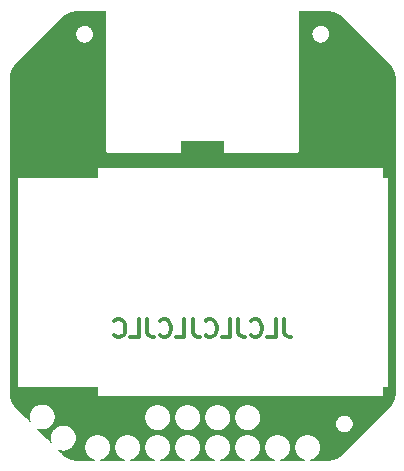
<source format=gbo>
G04 #@! TF.GenerationSoftware,KiCad,Pcbnew,5.0.2+dfsg1-1*
G04 #@! TF.CreationDate,2020-07-05T13:54:42+02:00*
G04 #@! TF.ProjectId,edgedriver,65646765-6472-4697-9665-722e6b696361,rev?*
G04 #@! TF.SameCoordinates,Original*
G04 #@! TF.FileFunction,Legend,Bot*
G04 #@! TF.FilePolarity,Positive*
%FSLAX46Y46*%
G04 Gerber Fmt 4.6, Leading zero omitted, Abs format (unit mm)*
G04 Created by KiCad (PCBNEW 5.0.2+dfsg1-1) date Sun Jul  5 13:54:42 2020*
%MOMM*%
%LPD*%
G01*
G04 APERTURE LIST*
%ADD10C,0.300000*%
%ADD11C,0.200000*%
%ADD12C,0.000001*%
G04 APERTURE END LIST*
D10*
X6928571Y10821428D02*
X6928571Y9750000D01*
X6999999Y9535714D01*
X7142857Y9392857D01*
X7357142Y9321428D01*
X7499999Y9321428D01*
X5499999Y9321428D02*
X6214285Y9321428D01*
X6214285Y10821428D01*
X4142857Y9464285D02*
X4214285Y9392857D01*
X4428571Y9321428D01*
X4571428Y9321428D01*
X4785714Y9392857D01*
X4928571Y9535714D01*
X4999999Y9678571D01*
X5071428Y9964285D01*
X5071428Y10178571D01*
X4999999Y10464285D01*
X4928571Y10607142D01*
X4785714Y10750000D01*
X4571428Y10821428D01*
X4428571Y10821428D01*
X4214285Y10750000D01*
X4142857Y10678571D01*
X3071428Y10821428D02*
X3071428Y9750000D01*
X3142857Y9535714D01*
X3285714Y9392857D01*
X3499999Y9321428D01*
X3642857Y9321428D01*
X1642857Y9321428D02*
X2357142Y9321428D01*
X2357142Y10821428D01*
X285714Y9464285D02*
X357142Y9392857D01*
X571428Y9321428D01*
X714285Y9321428D01*
X928571Y9392857D01*
X1071428Y9535714D01*
X1142857Y9678571D01*
X1214285Y9964285D01*
X1214285Y10178571D01*
X1142857Y10464285D01*
X1071428Y10607142D01*
X928571Y10750000D01*
X714285Y10821428D01*
X571428Y10821428D01*
X357142Y10750000D01*
X285714Y10678571D01*
X-785714Y10821428D02*
X-785714Y9750000D01*
X-714285Y9535714D01*
X-571428Y9392857D01*
X-357142Y9321428D01*
X-214285Y9321428D01*
X-2214285Y9321428D02*
X-1500000Y9321428D01*
X-1500000Y10821428D01*
X-3571428Y9464285D02*
X-3500000Y9392857D01*
X-3285714Y9321428D01*
X-3142857Y9321428D01*
X-2928571Y9392857D01*
X-2785714Y9535714D01*
X-2714285Y9678571D01*
X-2642857Y9964285D01*
X-2642857Y10178571D01*
X-2714285Y10464285D01*
X-2785714Y10607142D01*
X-2928571Y10750000D01*
X-3142857Y10821428D01*
X-3285714Y10821428D01*
X-3500000Y10750000D01*
X-3571428Y10678571D01*
X-4642857Y10821428D02*
X-4642857Y9750000D01*
X-4571428Y9535714D01*
X-4428571Y9392857D01*
X-4214285Y9321428D01*
X-4071428Y9321428D01*
X-6071428Y9321428D02*
X-5357142Y9321428D01*
X-5357142Y10821428D01*
X-7428571Y9464285D02*
X-7357142Y9392857D01*
X-7142857Y9321428D01*
X-7000000Y9321428D01*
X-6785714Y9392857D01*
X-6642857Y9535714D01*
X-6571428Y9678571D01*
X-6500000Y9964285D01*
X-6500000Y10178571D01*
X-6571428Y10464285D01*
X-6642857Y10607142D01*
X-6785714Y10750000D01*
X-7000000Y10821428D01*
X-7142857Y10821428D01*
X-7357142Y10750000D01*
X-7428571Y10678571D01*
D11*
G04 #@! TO.C,U1*
X-8200000Y24400000D02*
G75*
G03X-8200000Y24400000I-100000J0D01*
G01*
D12*
G04 #@! TO.C,*
G36*
X-10591601Y36900590D02*
X-10222981Y35716129D01*
X-10187381Y35726222D01*
X-10151087Y35734583D01*
X-10114145Y35741164D01*
X-10076603Y35745918D01*
X-10038508Y35748797D01*
X-9999906Y35749756D01*
X-9961324Y35748772D01*
X-9923249Y35745868D01*
X-9885727Y35741093D01*
X-9848806Y35734493D01*
X-9812532Y35726114D01*
X-9776954Y35716006D01*
X-9742118Y35704213D01*
X-9708071Y35690784D01*
X-9674860Y35675766D01*
X-9642532Y35659205D01*
X-9611135Y35641148D01*
X-9580715Y35621644D01*
X-9551319Y35600738D01*
X-9522995Y35578479D01*
X-9495790Y35554912D01*
X-9469751Y35530085D01*
X-9444924Y35504046D01*
X-9421357Y35476841D01*
X-9399098Y35448517D01*
X-9378192Y35419122D01*
X-9358688Y35388702D01*
X-9340632Y35357304D01*
X-9324071Y35324976D01*
X-9309052Y35291765D01*
X-9295623Y35257718D01*
X-9283831Y35222882D01*
X-9273722Y35187304D01*
X-9265344Y35151030D01*
X-9258744Y35114109D01*
X-9253969Y35076587D01*
X-9251066Y35038512D01*
X-9250081Y34999930D01*
X-9251066Y34961348D01*
X-9253969Y34923272D01*
X-9258744Y34885751D01*
X-9265345Y34848830D01*
X-9273723Y34812557D01*
X-9283832Y34776978D01*
X-9295624Y34742142D01*
X-9309053Y34708095D01*
X-9324072Y34674884D01*
X-9340632Y34642557D01*
X-9358689Y34611159D01*
X-9378193Y34580740D01*
X-9399099Y34551344D01*
X-9421358Y34523020D01*
X-9444925Y34495815D01*
X-9469752Y34469776D01*
X-9495791Y34444949D01*
X-9522996Y34421383D01*
X-9551320Y34399123D01*
X-9580715Y34378218D01*
X-9611135Y34358713D01*
X-9642533Y34340657D01*
X-9674860Y34324096D01*
X-9708071Y34309078D01*
X-9742118Y34295649D01*
X-9776955Y34283856D01*
X-9812533Y34273747D01*
X-9848806Y34265369D01*
X-9885727Y34258769D01*
X-9923249Y34253994D01*
X-9961324Y34251090D01*
X-9999906Y34250106D01*
X-10038508Y34251064D01*
X-10076603Y34253944D01*
X-10114145Y34258698D01*
X-10151087Y34265279D01*
X-10187381Y34273639D01*
X-10222981Y34283733D01*
X-10257838Y34295511D01*
X-10291907Y34308928D01*
X-10325140Y34323937D01*
X-10357489Y34340489D01*
X-10388908Y34358539D01*
X-10419349Y34378038D01*
X-10448766Y34398941D01*
X-10477110Y34421198D01*
X-10504336Y34444765D01*
X-10530395Y34469592D01*
X-10555241Y34495634D01*
X-10578826Y34522844D01*
X-10601103Y34551173D01*
X-10622026Y34580575D01*
X-10641546Y34611003D01*
X-10659618Y34642409D01*
X-10676193Y34674747D01*
X-10691224Y34707969D01*
X-10704665Y34742029D01*
X-10716467Y34776878D01*
X-10726585Y34812471D01*
X-10734971Y34848759D01*
X-10741577Y34885697D01*
X-10746357Y34923235D01*
X-10749263Y34961329D01*
X-10750248Y34999930D01*
X-10749263Y35038530D01*
X-10746357Y35076624D01*
X-10741577Y35114163D01*
X-10734971Y35151100D01*
X-10726586Y35187388D01*
X-10716468Y35222981D01*
X-10704665Y35257831D01*
X-10691225Y35291890D01*
X-10676193Y35325113D01*
X-10659619Y35357451D01*
X-10641547Y35388857D01*
X-10622027Y35419285D01*
X-10601104Y35448687D01*
X-10578827Y35477017D01*
X-10555242Y35504226D01*
X-10530396Y35530268D01*
X-10504337Y35555096D01*
X-10477111Y35578662D01*
X-10448767Y35600920D01*
X-10419350Y35621823D01*
X-10388909Y35641322D01*
X-10357490Y35659372D01*
X-10325141Y35675924D01*
X-10291908Y35690933D01*
X-10257839Y35704350D01*
X-10222981Y35716129D01*
X-10591601Y36900590D01*
X-10636223Y36899986D01*
X-10680705Y36898278D01*
X-10725030Y36895474D01*
X-10769179Y36891582D01*
X-10813134Y36886609D01*
X-10856878Y36880565D01*
X-10900393Y36873456D01*
X-10943660Y36865290D01*
X-10986662Y36856076D01*
X-11029381Y36845822D01*
X-11071799Y36834534D01*
X-11113898Y36822223D01*
X-11155660Y36808894D01*
X-11197067Y36794556D01*
X-11238102Y36779217D01*
X-11278746Y36762885D01*
X-11318981Y36745568D01*
X-11358790Y36727274D01*
X-11398154Y36708010D01*
X-11437056Y36687785D01*
X-11475478Y36666607D01*
X-11513401Y36644482D01*
X-11550809Y36621421D01*
X-11587682Y36597429D01*
X-11624003Y36572515D01*
X-11659755Y36546688D01*
X-11694918Y36519955D01*
X-11729476Y36492323D01*
X-11763410Y36463801D01*
X-11796703Y36434397D01*
X-11829336Y36404119D01*
X-11861291Y36372974D01*
X-11868425Y36366534D01*
X-11875870Y36360466D01*
X-11883604Y36354771D01*
X-11891605Y36349446D01*
X-11899850Y36344490D01*
X-11908317Y36339901D01*
X-11892815Y36345590D01*
X-15742192Y32494146D01*
X-15730307Y32527218D01*
X-15734267Y32518310D01*
X-15738642Y32509647D01*
X-15743424Y32501235D01*
X-15748607Y32493080D01*
X-15754182Y32485187D01*
X-15760144Y32477562D01*
X-15766485Y32470211D01*
X-15773198Y32463139D01*
X-15804345Y32431175D01*
X-15834625Y32398523D01*
X-15864032Y32365200D01*
X-15892557Y32331226D01*
X-15920192Y32296620D01*
X-15946930Y32261399D01*
X-15972762Y32225583D01*
X-15997680Y32189191D01*
X-16021676Y32152240D01*
X-16044743Y32114750D01*
X-16066871Y32076740D01*
X-16088055Y32038228D01*
X-16108284Y31999233D01*
X-16127552Y31959773D01*
X-16145850Y31919868D01*
X-16163170Y31879535D01*
X-16179505Y31838794D01*
X-16194846Y31797663D01*
X-16209186Y31756162D01*
X-16222516Y31714308D01*
X-16234828Y31672120D01*
X-16246114Y31629617D01*
X-16256368Y31586818D01*
X-16265579Y31543742D01*
X-16273741Y31500407D01*
X-16280845Y31456831D01*
X-16286884Y31413035D01*
X-16291849Y31369035D01*
X-16295733Y31324851D01*
X-16298527Y31280502D01*
X-16300224Y31236006D01*
X-16300815Y31191382D01*
X-16300815Y4638482D01*
X-16300225Y4593860D01*
X-16298529Y4549368D01*
X-16295735Y4505026D01*
X-16291852Y4460852D01*
X-16286887Y4416864D01*
X-16280849Y4373081D01*
X-16273745Y4329521D01*
X-16265583Y4286204D01*
X-16256371Y4243146D01*
X-16246118Y4200368D01*
X-16234832Y4157887D01*
X-16222519Y4115721D01*
X-16209189Y4073890D01*
X-16194849Y4032412D01*
X-16179508Y3991306D01*
X-16163173Y3950589D01*
X-16145852Y3910281D01*
X-16127553Y3870399D01*
X-16108285Y3830963D01*
X-16088055Y3791991D01*
X-16066872Y3753501D01*
X-16044743Y3715512D01*
X-16021676Y3678042D01*
X-15997679Y3641111D01*
X-15972761Y3604735D01*
X-15946929Y3568935D01*
X-15920192Y3533728D01*
X-15892556Y3499133D01*
X-15864031Y3465168D01*
X-15834625Y3431852D01*
X-15804344Y3399204D01*
X-15773198Y3367241D01*
X-15765998Y3359631D01*
X-15759216Y3351666D01*
X-15752863Y3343362D01*
X-15746952Y3334739D01*
X-15741496Y3325811D01*
X-15736508Y3316599D01*
X-15742191Y3335720D01*
X-14611511Y2204523D01*
X-14615886Y2216180D01*
X-14620126Y2227879D01*
X-14624233Y2239621D01*
X-14628204Y2251404D01*
X-14632041Y2263226D01*
X-14635742Y2275087D01*
X-14639308Y2286984D01*
X-14642739Y2298918D01*
X-14646034Y2310887D01*
X-14649193Y2322890D01*
X-14652216Y2334925D01*
X-14655102Y2346992D01*
X-14657852Y2359089D01*
X-14660465Y2371215D01*
X-14662941Y2383369D01*
X-14665279Y2395550D01*
X-14667481Y2407756D01*
X-14669544Y2419987D01*
X-14671470Y2432241D01*
X-14673258Y2444517D01*
X-14674907Y2456814D01*
X-14676418Y2469131D01*
X-14677790Y2481467D01*
X-14679023Y2493820D01*
X-14680116Y2506189D01*
X-14681071Y2518573D01*
X-14681886Y2530971D01*
X-14682561Y2543382D01*
X-14683096Y2555804D01*
X-14683490Y2568237D01*
X-14683745Y2580679D01*
X-14683858Y2593130D01*
X-14682410Y2649730D01*
X-14678147Y2705587D01*
X-14671136Y2760631D01*
X-14661448Y2814793D01*
X-14649151Y2868004D01*
X-14634315Y2920196D01*
X-14617009Y2971297D01*
X-14597301Y3021241D01*
X-14575262Y3069958D01*
X-14550959Y3117378D01*
X-14524463Y3163432D01*
X-14495842Y3208052D01*
X-14465165Y3251168D01*
X-14432502Y3292712D01*
X-14397922Y3332613D01*
X-14361493Y3370804D01*
X-14323285Y3407215D01*
X-14283367Y3441777D01*
X-14241808Y3474421D01*
X-14198677Y3505077D01*
X-14154044Y3533677D01*
X-14107977Y3560152D01*
X-14060546Y3584432D01*
X-14011819Y3606449D01*
X-13961866Y3626133D01*
X-13910756Y3643415D01*
X-13858558Y3658227D01*
X-13805341Y3670498D01*
X-13751174Y3680161D01*
X-13696127Y3687145D01*
X-13640268Y3691383D01*
X-13583667Y3692804D01*
X-13527085Y3691357D01*
X-13471246Y3687096D01*
X-13416219Y3680090D01*
X-13362073Y3670408D01*
X-13308877Y3658119D01*
X-13256700Y3643292D01*
X-13205612Y3625996D01*
X-13155681Y3606300D01*
X-13106976Y3584273D01*
X-13059566Y3559985D01*
X-13013521Y3533503D01*
X-12968909Y3504898D01*
X-12925799Y3474239D01*
X-12884261Y3441593D01*
X-12844363Y3407031D01*
X-12806175Y3370622D01*
X-12769765Y3332433D01*
X-12735203Y3292536D01*
X-12702558Y3250998D01*
X-12671898Y3207888D01*
X-12643293Y3163276D01*
X-12616812Y3117231D01*
X-12592523Y3069821D01*
X-12570497Y3021116D01*
X-12550801Y2971185D01*
X-12533505Y2920096D01*
X-12518678Y2867919D01*
X-12506389Y2814724D01*
X-12496706Y2760578D01*
X-12489700Y2705551D01*
X-12485439Y2649712D01*
X-12483992Y2593130D01*
X-12485414Y2536528D01*
X-12489651Y2480670D01*
X-12496636Y2425622D01*
X-12506299Y2371456D01*
X-12518570Y2318239D01*
X-12533382Y2266041D01*
X-12550664Y2214931D01*
X-12570348Y2164978D01*
X-12592365Y2116251D01*
X-12616645Y2068819D01*
X-12643120Y2022753D01*
X-12671720Y1978119D01*
X-12702376Y1934989D01*
X-12735020Y1893430D01*
X-12769582Y1853512D01*
X-12805992Y1815304D01*
X-12844183Y1778875D01*
X-12884085Y1744294D01*
X-12925628Y1711631D01*
X-12968745Y1680955D01*
X-13013365Y1652333D01*
X-13059419Y1625837D01*
X-13106839Y1601535D01*
X-13155555Y1579495D01*
X-13205499Y1559787D01*
X-13256601Y1542481D01*
X-13308792Y1527645D01*
X-13362003Y1515349D01*
X-13416165Y1505660D01*
X-13471209Y1498650D01*
X-13527066Y1494386D01*
X-13583667Y1492938D01*
X-13596095Y1493026D01*
X-13608515Y1493254D01*
X-13620927Y1493622D01*
X-13633328Y1494129D01*
X-13645718Y1494777D01*
X-13658096Y1495563D01*
X-13670460Y1496489D01*
X-13682810Y1497554D01*
X-13695143Y1498758D01*
X-13707460Y1500100D01*
X-13719758Y1501581D01*
X-13732037Y1503199D01*
X-13744295Y1504956D01*
X-13756532Y1506850D01*
X-13768746Y1508882D01*
X-13780935Y1511051D01*
X-13793100Y1513357D01*
X-13805238Y1515800D01*
X-13817349Y1518380D01*
X-13829431Y1521096D01*
X-13841483Y1523948D01*
X-13853504Y1526937D01*
X-13865494Y1530061D01*
X-13877449Y1533320D01*
X-13889371Y1536715D01*
X-13901256Y1540245D01*
X-13913105Y1543910D01*
X-13924916Y1547710D01*
X-13936688Y1551644D01*
X-13948419Y1555713D01*
X-13960109Y1559915D01*
X-13971757Y1564252D01*
X-12833325Y425303D01*
X-12837387Y436576D01*
X-12841324Y447887D01*
X-12845136Y459236D01*
X-12848823Y470621D01*
X-12852385Y482041D01*
X-12855821Y493496D01*
X-12859132Y504984D01*
X-12862317Y516504D01*
X-12865376Y528056D01*
X-12868308Y539637D01*
X-12871114Y551248D01*
X-12873794Y562887D01*
X-12876347Y574553D01*
X-12878772Y586245D01*
X-12881071Y597962D01*
X-12883242Y609703D01*
X-12885286Y621466D01*
X-12887202Y633252D01*
X-12888990Y645058D01*
X-12890650Y656884D01*
X-12892181Y668729D01*
X-12893584Y680591D01*
X-12894858Y692470D01*
X-12896004Y704365D01*
X-12897020Y716274D01*
X-12897907Y728197D01*
X-12898665Y740132D01*
X-12899293Y752078D01*
X-12899791Y764035D01*
X-12900159Y776001D01*
X-12900397Y787976D01*
X-12900504Y799958D01*
X-12899058Y856540D01*
X-12894797Y912379D01*
X-12887791Y967406D01*
X-12878109Y1021552D01*
X-12865820Y1074747D01*
X-12850993Y1126924D01*
X-12833697Y1178012D01*
X-12814001Y1227944D01*
X-12791974Y1276649D01*
X-12767686Y1324058D01*
X-12741204Y1370104D01*
X-12712599Y1414716D01*
X-12681940Y1457825D01*
X-12649294Y1499364D01*
X-12614732Y1539261D01*
X-12578323Y1577449D01*
X-12540134Y1613859D01*
X-12500237Y1648421D01*
X-12458698Y1681067D01*
X-12415589Y1711726D01*
X-12370977Y1740331D01*
X-12324931Y1766813D01*
X-12277521Y1791101D01*
X-12228816Y1813128D01*
X-12178885Y1832824D01*
X-12127797Y1850120D01*
X-12075620Y1864947D01*
X-12022424Y1877236D01*
X-11968278Y1886918D01*
X-11913251Y1893924D01*
X-11857412Y1898185D01*
X-11800830Y1899632D01*
X-11744229Y1898211D01*
X-11688370Y1893973D01*
X-11633323Y1886989D01*
X-11579156Y1877326D01*
X-11525939Y1865054D01*
X-11473741Y1850243D01*
X-11422631Y1832961D01*
X-11372678Y1813277D01*
X-11323951Y1791260D01*
X-11276520Y1766980D01*
X-11230453Y1740505D01*
X-11185820Y1711905D01*
X-11142689Y1681248D01*
X-11101130Y1648605D01*
X-11061212Y1614043D01*
X-11023004Y1577632D01*
X-10986575Y1539441D01*
X-10951995Y1499540D01*
X-10919331Y1457996D01*
X-10888655Y1414880D01*
X-10860034Y1370260D01*
X-10833537Y1324205D01*
X-10809235Y1276785D01*
X-10787195Y1228069D01*
X-10767487Y1178125D01*
X-10750181Y1127023D01*
X-10735345Y1074832D01*
X-10723049Y1021621D01*
X-10713360Y967459D01*
X-10706350Y912415D01*
X-10702086Y856558D01*
X-10700639Y799958D01*
X-10702061Y743338D01*
X-10706301Y687461D01*
X-10713290Y632397D01*
X-10722958Y578214D01*
X-10735238Y524981D01*
X-10750058Y472769D01*
X-10767351Y421646D01*
X-10787046Y371680D01*
X-10809076Y322942D01*
X-10833370Y275500D01*
X-10859860Y229424D01*
X-10888476Y184783D01*
X-10919149Y141646D01*
X-10951811Y100081D01*
X-10986391Y60159D01*
X-11022821Y21949D01*
X-11061032Y-14481D01*
X-11100954Y-49062D01*
X-11142518Y-81723D01*
X-11185656Y-112396D01*
X-11230297Y-141012D01*
X-11276373Y-167502D01*
X-11323815Y-191796D01*
X-11372553Y-213826D01*
X-11422518Y-233522D01*
X-11473642Y-250814D01*
X-11525854Y-265635D01*
X-11579086Y-277914D01*
X-11633269Y-287582D01*
X-11688333Y-294571D01*
X-11744210Y-298812D01*
X-11800830Y-300234D01*
X-11812792Y-300136D01*
X-11824748Y-299909D01*
X-11836695Y-299551D01*
X-11848633Y-299065D01*
X-11860561Y-298448D01*
X-11872478Y-297703D01*
X-11884383Y-296828D01*
X-11896274Y-295825D01*
X-11908151Y-294693D01*
X-11920012Y-293433D01*
X-11931857Y-292044D01*
X-11943685Y-290527D01*
X-11955494Y-288882D01*
X-11967283Y-287110D01*
X-11979052Y-285209D01*
X-11990799Y-283182D01*
X-12002524Y-281027D01*
X-12014225Y-278746D01*
X-12025901Y-276337D01*
X-12037551Y-273802D01*
X-12049175Y-271141D01*
X-12060770Y-268353D01*
X-12072337Y-265439D01*
X-12083874Y-262399D01*
X-12095380Y-259234D01*
X-12106854Y-255943D01*
X-12118295Y-252526D01*
X-12129702Y-248985D01*
X-12141073Y-245318D01*
X-12152409Y-241527D01*
X-12163707Y-237611D01*
X-12174967Y-233571D01*
X-11892814Y-515731D01*
X-11906250Y-509530D01*
X-11898120Y-514232D01*
X-11890228Y-519305D01*
X-11882586Y-524740D01*
X-11875207Y-530527D01*
X-11868105Y-536656D01*
X-11861291Y-543119D01*
X-11829334Y-574264D01*
X-11796699Y-604541D01*
X-11763405Y-633941D01*
X-11729469Y-662456D01*
X-11694910Y-690080D01*
X-11659744Y-716804D01*
X-11623991Y-742620D01*
X-11587668Y-767520D01*
X-11550793Y-791498D01*
X-11513384Y-814544D01*
X-11475459Y-836651D01*
X-11437036Y-857812D01*
X-11398132Y-878019D01*
X-11358767Y-897263D01*
X-11318957Y-915537D01*
X-11278721Y-932833D01*
X-11238076Y-949143D01*
X-11197041Y-964460D01*
X-11155633Y-978776D01*
X-11113871Y-992083D01*
X-11071773Y-1004373D01*
X-11029355Y-1015638D01*
X-10986637Y-1025871D01*
X-10943636Y-1035063D01*
X-10900370Y-1043208D01*
X-10856858Y-1050296D01*
X-10813116Y-1056321D01*
X-10769163Y-1061275D01*
X-10725018Y-1065149D01*
X-10680697Y-1067937D01*
X-10636219Y-1069629D01*
X-10591601Y-1070219D01*
X-9138977Y-1070219D01*
X-9185221Y-1058425D01*
X-9230575Y-1044758D01*
X-9275004Y-1029265D01*
X-9318467Y-1011995D01*
X-9360929Y-992995D01*
X-9402350Y-972313D01*
X-9442693Y-949995D01*
X-9481920Y-926091D01*
X-9519993Y-900646D01*
X-9556875Y-873710D01*
X-9592527Y-845330D01*
X-9626911Y-815552D01*
X-9659990Y-784426D01*
X-9691726Y-751998D01*
X-9722080Y-718315D01*
X-9751016Y-683427D01*
X-9778494Y-647380D01*
X-9804478Y-610222D01*
X-9828929Y-572000D01*
X-9851810Y-532762D01*
X-9873082Y-492556D01*
X-9892708Y-451429D01*
X-9910650Y-409430D01*
X-9926869Y-366605D01*
X-9941329Y-323002D01*
X-9953991Y-278668D01*
X-9964817Y-233652D01*
X-9973770Y-188001D01*
X-9980811Y-141763D01*
X-9985903Y-94985D01*
X-9989008Y-47715D01*
X-9990088Y0D01*
X-9988666Y56620D01*
X-9984425Y112497D01*
X-9977436Y167561D01*
X-9967768Y221744D01*
X-9955489Y274976D01*
X-9940668Y327189D01*
X-9923376Y378312D01*
X-9903680Y428277D01*
X-9881650Y477015D01*
X-9857356Y524457D01*
X-9830866Y570533D01*
X-9802250Y615174D01*
X-9771577Y658312D01*
X-9738916Y699876D01*
X-9704335Y739798D01*
X-9667905Y778009D01*
X-9629695Y814439D01*
X-9589773Y849019D01*
X-9548208Y881680D01*
X-9505071Y912354D01*
X-9460430Y940970D01*
X-9414354Y967460D01*
X-9366912Y991754D01*
X-9318174Y1013783D01*
X-9268209Y1033479D01*
X-9217085Y1050772D01*
X-9164873Y1065592D01*
X-9111640Y1077871D01*
X-9057457Y1087540D01*
X-9002393Y1094529D01*
X-8946516Y1098769D01*
X-8889896Y1100191D01*
X-8833296Y1098743D01*
X-8777439Y1094480D01*
X-8722395Y1087469D01*
X-8668233Y1077781D01*
X-8615022Y1065485D01*
X-8562831Y1050649D01*
X-8511729Y1033342D01*
X-8461785Y1013635D01*
X-8413069Y991595D01*
X-8365649Y967293D01*
X-8319594Y940796D01*
X-8274974Y912175D01*
X-8231858Y881499D01*
X-8190314Y848835D01*
X-8150413Y814255D01*
X-8112222Y777826D01*
X-8075811Y739618D01*
X-8041249Y699700D01*
X-8008606Y658141D01*
X-7977949Y615011D01*
X-7949349Y570377D01*
X-7922874Y524310D01*
X-7898594Y476879D01*
X-7876577Y428152D01*
X-7856893Y378199D01*
X-7839611Y327089D01*
X-7824800Y274891D01*
X-7812528Y221674D01*
X-7802865Y167507D01*
X-7795881Y112460D01*
X-7791643Y56601D01*
X-7790222Y0D01*
X-7791296Y-47701D01*
X-7794394Y-94957D01*
X-7799478Y-141723D01*
X-7806509Y-187949D01*
X-7815452Y-233588D01*
X-7826266Y-278593D01*
X-7838915Y-322916D01*
X-7853362Y-366510D01*
X-7869567Y-409326D01*
X-7887493Y-451318D01*
X-7907103Y-492438D01*
X-7928359Y-532638D01*
X-7951222Y-571871D01*
X-7975655Y-610088D01*
X-8001621Y-647244D01*
X-8029080Y-683289D01*
X-8057997Y-718176D01*
X-8088332Y-751859D01*
X-8120048Y-784288D01*
X-8153107Y-815417D01*
X-8187471Y-845198D01*
X-8223103Y-873584D01*
X-8259965Y-900527D01*
X-8298018Y-925978D01*
X-8337226Y-949892D01*
X-8377550Y-972220D01*
X-8418952Y-992914D01*
X-8461395Y-1011927D01*
X-8504840Y-1029212D01*
X-8549251Y-1044721D01*
X-8594589Y-1058405D01*
X-8640816Y-1070219D01*
X-6599080Y-1070219D01*
X-6645327Y-1058424D01*
X-6690684Y-1044756D01*
X-6735115Y-1029263D01*
X-6778581Y-1011992D01*
X-6821043Y-992992D01*
X-6862466Y-972309D01*
X-6902810Y-949991D01*
X-6942038Y-926087D01*
X-6980111Y-900642D01*
X-7016993Y-873706D01*
X-7052645Y-845325D01*
X-7087029Y-815548D01*
X-7120108Y-784422D01*
X-7151843Y-751994D01*
X-7182196Y-718312D01*
X-7211131Y-683423D01*
X-7238609Y-647376D01*
X-7264592Y-610218D01*
X-7289042Y-571997D01*
X-7311922Y-532760D01*
X-7333193Y-492554D01*
X-7352818Y-451428D01*
X-7370758Y-409428D01*
X-7386977Y-366603D01*
X-7401436Y-323000D01*
X-7414097Y-278667D01*
X-7424922Y-233652D01*
X-7433874Y-188001D01*
X-7440915Y-141763D01*
X-7446007Y-94985D01*
X-7449111Y-47715D01*
X-7450191Y0D01*
X-7448769Y56620D01*
X-7444529Y112497D01*
X-7437540Y167561D01*
X-7427871Y221744D01*
X-7415592Y274976D01*
X-7400772Y327189D01*
X-7383479Y378312D01*
X-7363783Y428277D01*
X-7341754Y477015D01*
X-7317460Y524457D01*
X-7290970Y570533D01*
X-7262354Y615174D01*
X-7231680Y658312D01*
X-7199019Y699876D01*
X-7164439Y739798D01*
X-7128009Y778009D01*
X-7089798Y814439D01*
X-7049876Y849019D01*
X-7008312Y881680D01*
X-6965174Y912354D01*
X-6920533Y940970D01*
X-6874457Y967460D01*
X-6827015Y991754D01*
X-6778277Y1013783D01*
X-6728312Y1033479D01*
X-6677188Y1050772D01*
X-6624976Y1065592D01*
X-6571744Y1077871D01*
X-6517561Y1087540D01*
X-6462496Y1094529D01*
X-6406620Y1098769D01*
X-6350000Y1100191D01*
X-6293380Y1098769D01*
X-6237503Y1094529D01*
X-6182439Y1087540D01*
X-6128256Y1077871D01*
X-6075024Y1065592D01*
X-6022811Y1050772D01*
X-5971688Y1033479D01*
X-5921722Y1013783D01*
X-5872984Y991754D01*
X-5825543Y967460D01*
X-5779467Y940970D01*
X-5734825Y912354D01*
X-5691688Y881680D01*
X-5650124Y849019D01*
X-5610202Y814439D01*
X-5571991Y778009D01*
X-5535561Y739798D01*
X-5500981Y699876D01*
X-5468319Y658312D01*
X-5437646Y615174D01*
X-5409030Y570533D01*
X-5382540Y524457D01*
X-5358246Y477015D01*
X-5336216Y428277D01*
X-5316521Y378312D01*
X-5299228Y327189D01*
X-5284408Y274976D01*
X-5272129Y221744D01*
X-5262460Y167561D01*
X-5255471Y112497D01*
X-5251231Y56620D01*
X-5249809Y0D01*
X-5250872Y-47673D01*
X-5253956Y-94902D01*
X-5259024Y-141642D01*
X-5266038Y-187844D01*
X-5274961Y-233460D01*
X-5285753Y-278444D01*
X-5298379Y-322747D01*
X-5312800Y-366323D01*
X-5328978Y-409123D01*
X-5346876Y-451100D01*
X-5366456Y-492206D01*
X-5387680Y-532395D01*
X-5410511Y-571618D01*
X-5434910Y-609829D01*
X-5460841Y-646978D01*
X-5488265Y-683020D01*
X-5517144Y-717906D01*
X-5547442Y-751589D01*
X-5579119Y-784022D01*
X-5612140Y-815156D01*
X-5646465Y-844945D01*
X-5682057Y-873340D01*
X-5718878Y-900295D01*
X-5756891Y-925762D01*
X-5796058Y-949693D01*
X-5836342Y-972041D01*
X-5877703Y-992758D01*
X-5920106Y-1011797D01*
X-5963511Y-1029110D01*
X-6007882Y-1044650D01*
X-6053181Y-1058368D01*
X-6099369Y-1070219D01*
X-4058667Y-1070219D01*
X-4104914Y-1058424D01*
X-4150271Y-1044756D01*
X-4194702Y-1029263D01*
X-4238167Y-1011992D01*
X-4280630Y-992992D01*
X-4322053Y-972309D01*
X-4362397Y-949991D01*
X-4401624Y-926087D01*
X-4439698Y-900642D01*
X-4476580Y-873706D01*
X-4512232Y-845325D01*
X-4546616Y-815548D01*
X-4579694Y-784422D01*
X-4611429Y-751994D01*
X-4641783Y-718312D01*
X-4670718Y-683423D01*
X-4698196Y-647376D01*
X-4724179Y-610218D01*
X-4748629Y-571997D01*
X-4771508Y-532760D01*
X-4792779Y-492554D01*
X-4812404Y-451428D01*
X-4830345Y-409428D01*
X-4846564Y-366603D01*
X-4861023Y-323000D01*
X-4873684Y-278667D01*
X-4884509Y-233652D01*
X-4893461Y-188001D01*
X-4900502Y-141763D01*
X-4905594Y-94985D01*
X-4908698Y-47715D01*
X-4909778Y0D01*
X-4908357Y56601D01*
X-4904119Y112460D01*
X-4897135Y167507D01*
X-4887472Y221674D01*
X-4875200Y274891D01*
X-4860389Y327089D01*
X-4843106Y378199D01*
X-4823422Y428152D01*
X-4801406Y476879D01*
X-4777125Y524310D01*
X-4750651Y570377D01*
X-4722051Y615011D01*
X-4691394Y658141D01*
X-4658750Y699700D01*
X-4624189Y739618D01*
X-4587778Y777826D01*
X-4549587Y814255D01*
X-4509685Y848835D01*
X-4468142Y881499D01*
X-4425025Y912175D01*
X-4380406Y940796D01*
X-4334351Y967293D01*
X-4286931Y991595D01*
X-4238215Y1013635D01*
X-4188271Y1033342D01*
X-4137169Y1050649D01*
X-4084978Y1065485D01*
X-4031767Y1077781D01*
X-3977605Y1087469D01*
X-3922561Y1094480D01*
X-3866704Y1098743D01*
X-3810103Y1100191D01*
X-3810103Y1440222D01*
X-3866685Y1441669D01*
X-3922524Y1445930D01*
X-3977551Y1452936D01*
X-4031697Y1462618D01*
X-4084893Y1474907D01*
X-4137070Y1489734D01*
X-4188158Y1507030D01*
X-4238090Y1526726D01*
X-4286795Y1548753D01*
X-4334204Y1573042D01*
X-4380250Y1599523D01*
X-4424862Y1628128D01*
X-4467971Y1658788D01*
X-4509509Y1691433D01*
X-4549407Y1725995D01*
X-4587595Y1762405D01*
X-4624005Y1800593D01*
X-4658567Y1840490D01*
X-4691212Y1882029D01*
X-4721872Y1925138D01*
X-4750477Y1969750D01*
X-4776958Y2015796D01*
X-4801247Y2063205D01*
X-4823274Y2111910D01*
X-4842969Y2161842D01*
X-4860265Y2212930D01*
X-4875093Y2265107D01*
X-4887382Y2318303D01*
X-4897064Y2372449D01*
X-4904070Y2427476D01*
X-4908331Y2483315D01*
X-4909778Y2539897D01*
X-4908357Y2596498D01*
X-4904119Y2652357D01*
X-4897135Y2707404D01*
X-4887472Y2761571D01*
X-4875200Y2814788D01*
X-4860389Y2866986D01*
X-4843106Y2918096D01*
X-4823422Y2968049D01*
X-4801406Y3016776D01*
X-4777125Y3064207D01*
X-4750651Y3110274D01*
X-4722051Y3154908D01*
X-4691394Y3198038D01*
X-4658750Y3239597D01*
X-4624189Y3279515D01*
X-4587778Y3317723D01*
X-4549587Y3354152D01*
X-4509685Y3388733D01*
X-4468142Y3421396D01*
X-4425025Y3452073D01*
X-4380406Y3480694D01*
X-4334351Y3507190D01*
X-4286931Y3531493D01*
X-4238215Y3553532D01*
X-4188271Y3573240D01*
X-4137169Y3590546D01*
X-4084978Y3605382D01*
X-4031767Y3617678D01*
X-3977605Y3627366D01*
X-3922561Y3634377D01*
X-3866704Y3638640D01*
X-3810103Y3640088D01*
X-3753484Y3638666D01*
X-3697607Y3634426D01*
X-3642542Y3627437D01*
X-3588360Y3617768D01*
X-3535127Y3605489D01*
X-3482915Y3590668D01*
X-3431791Y3573376D01*
X-3381826Y3553680D01*
X-3333088Y3531651D01*
X-3285646Y3507356D01*
X-3239570Y3480867D01*
X-3194929Y3452251D01*
X-3151791Y3421577D01*
X-3110227Y3388916D01*
X-3070305Y3354335D01*
X-3032095Y3317905D01*
X-2995665Y3279695D01*
X-2961084Y3239773D01*
X-2928423Y3198209D01*
X-2897750Y3155071D01*
X-2869133Y3110430D01*
X-2842644Y3064354D01*
X-2818349Y3016912D01*
X-2796320Y2968174D01*
X-2776624Y2918209D01*
X-2759332Y2867085D01*
X-2744511Y2814873D01*
X-2732232Y2761640D01*
X-2722563Y2707458D01*
X-2715574Y2652393D01*
X-2711334Y2596516D01*
X-2709912Y2539897D01*
X-2369881Y2539897D01*
X-2368460Y2596498D01*
X-2364222Y2652357D01*
X-2357238Y2707404D01*
X-2347575Y2761571D01*
X-2335304Y2814788D01*
X-2320492Y2866986D01*
X-2303210Y2918096D01*
X-2283526Y2968049D01*
X-2261509Y3016776D01*
X-2237229Y3064207D01*
X-2210754Y3110274D01*
X-2182154Y3154908D01*
X-2151498Y3198038D01*
X-2118854Y3239597D01*
X-2084292Y3279515D01*
X-2047881Y3317723D01*
X-2009691Y3354152D01*
X-1969789Y3388733D01*
X-1928245Y3421396D01*
X-1885129Y3452073D01*
X-1840509Y3480694D01*
X-1794455Y3507190D01*
X-1747035Y3531493D01*
X-1698318Y3553532D01*
X-1648375Y3573240D01*
X-1597273Y3590546D01*
X-1545082Y3605382D01*
X-1491870Y3617678D01*
X-1437708Y3627366D01*
X-1382664Y3634377D01*
X-1326807Y3638640D01*
X-1270207Y3640088D01*
X-1213587Y3638666D01*
X-1157710Y3634426D01*
X-1102646Y3627437D01*
X-1048463Y3617768D01*
X-995231Y3605489D01*
X-943018Y3590668D01*
X-891895Y3573376D01*
X-841929Y3553680D01*
X-793191Y3531651D01*
X-745750Y3507356D01*
X-699674Y3480867D01*
X-655032Y3452251D01*
X-611895Y3421577D01*
X-570331Y3388916D01*
X-530409Y3354335D01*
X-492198Y3317905D01*
X-455768Y3279695D01*
X-421188Y3239773D01*
X-388526Y3198209D01*
X-357853Y3155071D01*
X-329237Y3110430D01*
X-302747Y3064354D01*
X-278453Y3016912D01*
X-256423Y2968174D01*
X-236728Y2918209D01*
X-219435Y2867085D01*
X-204614Y2814873D01*
X-192335Y2761640D01*
X-182667Y2707458D01*
X-175678Y2652393D01*
X-171438Y2596516D01*
X-170015Y2539897D01*
X170015Y2539897D01*
X171438Y2596516D01*
X175678Y2652393D01*
X182667Y2707457D01*
X192335Y2761640D01*
X204614Y2814873D01*
X219435Y2867085D01*
X236728Y2918208D01*
X256423Y2968174D01*
X278453Y3016912D01*
X302747Y3064354D01*
X329237Y3110430D01*
X357853Y3155071D01*
X388526Y3198208D01*
X421188Y3239773D01*
X455768Y3279695D01*
X492198Y3317905D01*
X530409Y3354335D01*
X570331Y3388916D01*
X611895Y3421577D01*
X655032Y3452250D01*
X699674Y3480867D01*
X745750Y3507356D01*
X793191Y3531651D01*
X841929Y3553680D01*
X891895Y3573376D01*
X943018Y3590668D01*
X995231Y3605489D01*
X1048463Y3617768D01*
X1102646Y3627437D01*
X1157710Y3634426D01*
X1213587Y3638666D01*
X1270207Y3640088D01*
X1326807Y3638640D01*
X1382664Y3634377D01*
X1437708Y3627366D01*
X1491870Y3617678D01*
X1545081Y3605382D01*
X1597273Y3590546D01*
X1648375Y3573240D01*
X1698318Y3553532D01*
X1747035Y3531493D01*
X1794455Y3507190D01*
X1840509Y3480694D01*
X1885129Y3452073D01*
X1928245Y3421396D01*
X1969789Y3388733D01*
X2009690Y3354152D01*
X2047881Y3317723D01*
X2084292Y3279515D01*
X2118854Y3239597D01*
X2151498Y3198038D01*
X2182154Y3154908D01*
X2210754Y3110274D01*
X2237229Y3064207D01*
X2261509Y3016776D01*
X2283526Y2968049D01*
X2303210Y2918096D01*
X2320492Y2866986D01*
X2335304Y2814788D01*
X2347575Y2761571D01*
X2357238Y2707404D01*
X2364222Y2652357D01*
X2368460Y2596498D01*
X2369881Y2539897D01*
X2709912Y2539897D01*
X2711334Y2596516D01*
X2715574Y2652393D01*
X2722563Y2707458D01*
X2732232Y2761640D01*
X2744511Y2814873D01*
X2759331Y2867085D01*
X2776624Y2918209D01*
X2796320Y2968174D01*
X2818349Y3016912D01*
X2842643Y3064354D01*
X2869133Y3110430D01*
X2897749Y3155071D01*
X2928423Y3198209D01*
X2961084Y3239773D01*
X2995664Y3279695D01*
X3032095Y3317905D01*
X3070305Y3354335D01*
X3110227Y3388916D01*
X3151791Y3421577D01*
X3194929Y3452251D01*
X3239570Y3480867D01*
X3285646Y3507356D01*
X3333088Y3531651D01*
X3381826Y3553680D01*
X3431791Y3573376D01*
X3482915Y3590668D01*
X3535127Y3605489D01*
X3588360Y3617768D01*
X3642542Y3627437D01*
X3697607Y3634426D01*
X3753484Y3638666D01*
X3810103Y3640088D01*
X3866704Y3638640D01*
X3922561Y3634377D01*
X3977605Y3627366D01*
X4031767Y3617678D01*
X4084978Y3605382D01*
X4137169Y3590546D01*
X4188271Y3573240D01*
X4238215Y3553532D01*
X4286931Y3531493D01*
X4334351Y3507190D01*
X4380406Y3480694D01*
X4425025Y3452073D01*
X4468142Y3421396D01*
X4509685Y3388733D01*
X4549587Y3354152D01*
X4587778Y3317723D01*
X4624189Y3279515D01*
X4658750Y3239597D01*
X4691394Y3198038D01*
X4722051Y3154908D01*
X4750651Y3110274D01*
X4777125Y3064207D01*
X4801406Y3016776D01*
X4823422Y2968049D01*
X4843106Y2918096D01*
X4860389Y2866986D01*
X4875200Y2814788D01*
X4887472Y2761571D01*
X4897135Y2707404D01*
X4904119Y2652357D01*
X4908357Y2596498D01*
X4909778Y2539897D01*
X4908331Y2483315D01*
X4904070Y2427476D01*
X4897064Y2372449D01*
X4887382Y2318303D01*
X4875092Y2265107D01*
X4860265Y2212930D01*
X4842969Y2161842D01*
X4823273Y2111910D01*
X4801247Y2063205D01*
X4776958Y2015796D01*
X4750477Y1969750D01*
X4721872Y1925138D01*
X4691212Y1882029D01*
X4658567Y1840490D01*
X4624005Y1800593D01*
X4587595Y1762405D01*
X4549407Y1725995D01*
X4509509Y1691433D01*
X4467971Y1658788D01*
X4424862Y1628128D01*
X4380250Y1599523D01*
X4334204Y1573042D01*
X4286794Y1548753D01*
X4238089Y1526726D01*
X4188158Y1507030D01*
X4137070Y1489734D01*
X4084893Y1474907D01*
X4031697Y1462618D01*
X3977551Y1452936D01*
X3922524Y1445930D01*
X3866685Y1441669D01*
X3810103Y1440222D01*
X3753502Y1441643D01*
X3697643Y1445881D01*
X3642596Y1452865D01*
X3588429Y1462528D01*
X3535212Y1474800D01*
X3483014Y1489611D01*
X3431904Y1506894D01*
X3381951Y1526578D01*
X3333224Y1548594D01*
X3285793Y1572874D01*
X3239726Y1599349D01*
X3195092Y1627949D01*
X3151961Y1658606D01*
X3110402Y1691249D01*
X3070484Y1725811D01*
X3032276Y1762222D01*
X2995848Y1800413D01*
X2961267Y1840315D01*
X2928604Y1881858D01*
X2897927Y1924974D01*
X2869306Y1969594D01*
X2842810Y2015649D01*
X2818507Y2063069D01*
X2796468Y2111785D01*
X2776760Y2161729D01*
X2759454Y2212831D01*
X2744618Y2265022D01*
X2732322Y2318233D01*
X2722634Y2372395D01*
X2715623Y2427439D01*
X2711360Y2483296D01*
X2709912Y2539897D01*
X2369881Y2539897D01*
X2368434Y2483315D01*
X2364173Y2427476D01*
X2357167Y2372449D01*
X2347485Y2318303D01*
X2335196Y2265107D01*
X2320369Y2212930D01*
X2303073Y2161842D01*
X2283377Y2111910D01*
X2261350Y2063205D01*
X2237062Y2015796D01*
X2210581Y1969750D01*
X2181976Y1925138D01*
X2151316Y1882029D01*
X2118670Y1840490D01*
X2084108Y1800593D01*
X2047699Y1762405D01*
X2009511Y1725995D01*
X1969613Y1691433D01*
X1928075Y1658788D01*
X1884965Y1628128D01*
X1840353Y1599523D01*
X1794308Y1573042D01*
X1746898Y1548753D01*
X1698193Y1526726D01*
X1648262Y1507030D01*
X1597173Y1489734D01*
X1544997Y1474907D01*
X1491801Y1462618D01*
X1437655Y1452936D01*
X1382628Y1445930D01*
X1326789Y1441669D01*
X1270207Y1440222D01*
X1213605Y1441643D01*
X1157747Y1445881D01*
X1102699Y1452865D01*
X1048533Y1462528D01*
X995316Y1474800D01*
X943118Y1489611D01*
X892008Y1506894D01*
X842055Y1526578D01*
X793328Y1548594D01*
X745897Y1572874D01*
X699830Y1599349D01*
X655196Y1627949D01*
X612066Y1658606D01*
X570507Y1691249D01*
X530589Y1725811D01*
X492381Y1762222D01*
X455952Y1800413D01*
X421371Y1840315D01*
X388708Y1881858D01*
X358032Y1924974D01*
X329411Y1969594D01*
X302914Y2015649D01*
X278612Y2063069D01*
X256572Y2111785D01*
X236865Y2161729D01*
X219558Y2212831D01*
X204722Y2265022D01*
X192426Y2318233D01*
X182737Y2372395D01*
X175727Y2427439D01*
X171463Y2483296D01*
X170015Y2539897D01*
X-170015Y2539897D01*
X-171463Y2483296D01*
X-175727Y2427439D01*
X-182737Y2372395D01*
X-192426Y2318233D01*
X-204722Y2265022D01*
X-219558Y2212831D01*
X-236865Y2161729D01*
X-256572Y2111785D01*
X-278612Y2063069D01*
X-302914Y2015649D01*
X-329410Y1969594D01*
X-358032Y1924974D01*
X-388708Y1881858D01*
X-421371Y1840315D01*
X-455952Y1800413D01*
X-492381Y1762222D01*
X-530589Y1725811D01*
X-570507Y1691249D01*
X-612066Y1658606D01*
X-655196Y1627949D01*
X-699830Y1599349D01*
X-745897Y1572874D01*
X-793328Y1548594D01*
X-842055Y1526578D01*
X-892008Y1506894D01*
X-943118Y1489611D01*
X-995316Y1474800D01*
X-1048533Y1462528D01*
X-1102699Y1452865D01*
X-1157747Y1445881D01*
X-1213605Y1441643D01*
X-1270207Y1440222D01*
X-1326789Y1441669D01*
X-1382628Y1445930D01*
X-1437655Y1452936D01*
X-1491801Y1462618D01*
X-1544997Y1474907D01*
X-1597173Y1489734D01*
X-1648262Y1507030D01*
X-1698193Y1526726D01*
X-1746898Y1548753D01*
X-1794308Y1573042D01*
X-1840353Y1599523D01*
X-1884965Y1628128D01*
X-1928075Y1658788D01*
X-1969613Y1691433D01*
X-2009511Y1725995D01*
X-2047699Y1762405D01*
X-2084108Y1800593D01*
X-2118670Y1840490D01*
X-2151316Y1882029D01*
X-2181976Y1925138D01*
X-2210581Y1969750D01*
X-2237062Y2015796D01*
X-2261350Y2063205D01*
X-2283377Y2111910D01*
X-2303073Y2161842D01*
X-2320369Y2212930D01*
X-2335196Y2265107D01*
X-2347485Y2318303D01*
X-2357167Y2372449D01*
X-2364173Y2427476D01*
X-2368434Y2483315D01*
X-2369881Y2539897D01*
X-2709912Y2539897D01*
X-2711360Y2483296D01*
X-2715623Y2427439D01*
X-2722634Y2372395D01*
X-2732322Y2318233D01*
X-2744618Y2265022D01*
X-2759454Y2212831D01*
X-2776760Y2161729D01*
X-2796468Y2111785D01*
X-2818507Y2063069D01*
X-2842810Y2015649D01*
X-2869306Y1969594D01*
X-2897927Y1924974D01*
X-2928604Y1881858D01*
X-2961267Y1840315D01*
X-2995848Y1800413D01*
X-3032276Y1762222D01*
X-3070484Y1725811D01*
X-3110403Y1691249D01*
X-3151961Y1658606D01*
X-3195092Y1627949D01*
X-3239726Y1599349D01*
X-3285793Y1572874D01*
X-3333224Y1548594D01*
X-3381951Y1526578D01*
X-3431904Y1506894D01*
X-3483014Y1489611D01*
X-3535212Y1474800D01*
X-3588429Y1462528D01*
X-3642596Y1452865D01*
X-3697643Y1445881D01*
X-3753502Y1441643D01*
X-3810103Y1440222D01*
X-3810103Y1100191D01*
X-3753484Y1098769D01*
X-3697607Y1094529D01*
X-3642542Y1087540D01*
X-3588360Y1077871D01*
X-3535127Y1065592D01*
X-3482915Y1050772D01*
X-3431791Y1033479D01*
X-3381826Y1013783D01*
X-3333088Y991754D01*
X-3285646Y967460D01*
X-3239570Y940970D01*
X-3194929Y912354D01*
X-3151791Y881680D01*
X-3110227Y849019D01*
X-3070305Y814439D01*
X-3032095Y778009D01*
X-2995665Y739798D01*
X-2961084Y699876D01*
X-2928423Y658312D01*
X-2897750Y615174D01*
X-2869133Y570533D01*
X-2842644Y524457D01*
X-2818349Y477015D01*
X-2796320Y428277D01*
X-2776624Y378312D01*
X-2759332Y327189D01*
X-2744511Y274976D01*
X-2732232Y221744D01*
X-2722563Y167561D01*
X-2715574Y112497D01*
X-2711334Y56620D01*
X-2709912Y0D01*
X-2710975Y-47673D01*
X-2714060Y-94902D01*
X-2719128Y-141642D01*
X-2726142Y-187844D01*
X-2735064Y-233460D01*
X-2745857Y-278444D01*
X-2758483Y-322747D01*
X-2772903Y-366323D01*
X-2789082Y-409123D01*
X-2806980Y-451100D01*
X-2826559Y-492206D01*
X-2847784Y-532395D01*
X-2870614Y-571618D01*
X-2895014Y-609829D01*
X-2920944Y-646978D01*
X-2948368Y-683020D01*
X-2977248Y-717906D01*
X-3007545Y-751589D01*
X-3039223Y-784022D01*
X-3072243Y-815156D01*
X-3106568Y-844945D01*
X-3142160Y-873340D01*
X-3178982Y-900295D01*
X-3216995Y-925762D01*
X-3256162Y-949693D01*
X-3296445Y-972041D01*
X-3337807Y-992758D01*
X-3380209Y-1011797D01*
X-3423615Y-1029110D01*
X-3467986Y-1044650D01*
X-3513284Y-1058368D01*
X-3559473Y-1070219D01*
X-1518770Y-1070219D01*
X-1565017Y-1058424D01*
X-1610374Y-1044756D01*
X-1654805Y-1029263D01*
X-1698271Y-1011992D01*
X-1740734Y-992992D01*
X-1782156Y-972309D01*
X-1822500Y-949991D01*
X-1861728Y-926087D01*
X-1899801Y-900642D01*
X-1936683Y-873706D01*
X-1972335Y-845325D01*
X-2006719Y-815548D01*
X-2039798Y-784421D01*
X-2071533Y-751993D01*
X-2101887Y-718312D01*
X-2130821Y-683423D01*
X-2158299Y-647376D01*
X-2184282Y-610218D01*
X-2208732Y-571997D01*
X-2231612Y-532760D01*
X-2252883Y-492554D01*
X-2272508Y-451428D01*
X-2290448Y-409428D01*
X-2306667Y-366603D01*
X-2321126Y-323000D01*
X-2333787Y-278667D01*
X-2344613Y-233652D01*
X-2353565Y-188001D01*
X-2360605Y-141763D01*
X-2365697Y-94985D01*
X-2368801Y-47715D01*
X-2369881Y0D01*
X-2368460Y56601D01*
X-2364222Y112460D01*
X-2357238Y167507D01*
X-2347575Y221674D01*
X-2335304Y274891D01*
X-2320492Y327089D01*
X-2303210Y378199D01*
X-2283526Y428152D01*
X-2261509Y476879D01*
X-2237229Y524310D01*
X-2210754Y570377D01*
X-2182154Y615011D01*
X-2151498Y658141D01*
X-2118854Y699700D01*
X-2084292Y739618D01*
X-2047881Y777826D01*
X-2009691Y814255D01*
X-1969789Y848835D01*
X-1928245Y881499D01*
X-1885129Y912175D01*
X-1840509Y940796D01*
X-1794455Y967293D01*
X-1747035Y991595D01*
X-1698318Y1013635D01*
X-1648375Y1033342D01*
X-1597273Y1050649D01*
X-1545081Y1065485D01*
X-1491870Y1077781D01*
X-1437708Y1087469D01*
X-1382664Y1094480D01*
X-1326807Y1098743D01*
X-1270207Y1100191D01*
X-1213587Y1098769D01*
X-1157710Y1094529D01*
X-1102646Y1087540D01*
X-1048463Y1077871D01*
X-995231Y1065592D01*
X-943018Y1050772D01*
X-891895Y1033479D01*
X-841929Y1013783D01*
X-793191Y991754D01*
X-745750Y967460D01*
X-699674Y940970D01*
X-655032Y912354D01*
X-611895Y881680D01*
X-570331Y849019D01*
X-530409Y814439D01*
X-492198Y778009D01*
X-455768Y739798D01*
X-421188Y699876D01*
X-388526Y658312D01*
X-357853Y615174D01*
X-329237Y570533D01*
X-302747Y524457D01*
X-278453Y477015D01*
X-256423Y428277D01*
X-236728Y378312D01*
X-219435Y327189D01*
X-204614Y274976D01*
X-192335Y221744D01*
X-182667Y167561D01*
X-175678Y112497D01*
X-171438Y56620D01*
X-170015Y0D01*
X-171078Y-47673D01*
X-174161Y-94902D01*
X-179229Y-141642D01*
X-186242Y-187844D01*
X-195164Y-233460D01*
X-205957Y-278444D01*
X-218582Y-322747D01*
X-233003Y-366323D01*
X-249181Y-409123D01*
X-267079Y-451100D01*
X-286659Y-492206D01*
X-307883Y-532395D01*
X-330714Y-571618D01*
X-355113Y-609829D01*
X-381044Y-646978D01*
X-408468Y-683020D01*
X-437348Y-717906D01*
X-467646Y-751589D01*
X-499324Y-784022D01*
X-532344Y-815156D01*
X-566669Y-844945D01*
X-602262Y-873340D01*
X-639084Y-900295D01*
X-677097Y-925762D01*
X-716264Y-949693D01*
X-756548Y-972041D01*
X-797910Y-992758D01*
X-840312Y-1011797D01*
X-883718Y-1029110D01*
X-928089Y-1044650D01*
X-973388Y-1058368D01*
X-1019576Y-1070219D01*
X1021126Y-1070219D01*
X974880Y-1058424D01*
X929522Y-1044756D01*
X885092Y-1029263D01*
X841626Y-1011992D01*
X799163Y-992992D01*
X757741Y-972309D01*
X717397Y-949991D01*
X678169Y-926087D01*
X640095Y-900642D01*
X603214Y-873706D01*
X567562Y-845325D01*
X533178Y-815548D01*
X500099Y-784422D01*
X468364Y-751994D01*
X438010Y-718312D01*
X409075Y-683423D01*
X381598Y-647376D01*
X355615Y-610218D01*
X331165Y-571997D01*
X308285Y-532760D01*
X287014Y-492554D01*
X267389Y-451428D01*
X249448Y-409428D01*
X233230Y-366603D01*
X218771Y-323000D01*
X206110Y-278667D01*
X195284Y-233652D01*
X186332Y-188001D01*
X179291Y-141763D01*
X174200Y-94985D01*
X171095Y-47715D01*
X170015Y0D01*
X171438Y56620D01*
X175678Y112497D01*
X182667Y167561D01*
X192335Y221744D01*
X204614Y274976D01*
X219435Y327189D01*
X236728Y378312D01*
X256423Y428277D01*
X278453Y477015D01*
X302747Y524457D01*
X329237Y570533D01*
X357853Y615174D01*
X388526Y658312D01*
X421188Y699876D01*
X455768Y739798D01*
X492198Y778009D01*
X530409Y814439D01*
X570331Y849019D01*
X611895Y881680D01*
X655032Y912354D01*
X699674Y940970D01*
X745750Y967460D01*
X793191Y991754D01*
X841929Y1013783D01*
X891895Y1033479D01*
X943018Y1050772D01*
X995231Y1065592D01*
X1048463Y1077871D01*
X1102646Y1087540D01*
X1157710Y1094529D01*
X1213587Y1098769D01*
X1270207Y1100191D01*
X1326807Y1098743D01*
X1382664Y1094480D01*
X1437708Y1087469D01*
X1491870Y1077781D01*
X1545081Y1065485D01*
X1597273Y1050649D01*
X1648375Y1033342D01*
X1698318Y1013635D01*
X1747035Y991595D01*
X1794455Y967293D01*
X1840509Y940796D01*
X1885129Y912175D01*
X1928245Y881499D01*
X1969789Y848835D01*
X2009691Y814255D01*
X2047881Y777826D01*
X2084292Y739618D01*
X2118854Y699700D01*
X2151498Y658141D01*
X2182154Y615011D01*
X2210754Y570377D01*
X2237229Y524310D01*
X2261509Y476879D01*
X2283526Y428152D01*
X2303210Y378199D01*
X2320492Y327089D01*
X2335304Y274891D01*
X2347575Y221674D01*
X2357238Y167507D01*
X2364222Y112460D01*
X2368460Y56601D01*
X2369881Y0D01*
X2368807Y-47701D01*
X2365710Y-94957D01*
X2360626Y-141723D01*
X2353594Y-187949D01*
X2344652Y-233588D01*
X2333838Y-278593D01*
X2321189Y-322916D01*
X2306743Y-366510D01*
X2290537Y-409326D01*
X2272611Y-451318D01*
X2253001Y-492438D01*
X2231746Y-532638D01*
X2208882Y-571871D01*
X2184449Y-610088D01*
X2158484Y-647244D01*
X2131024Y-683289D01*
X2102107Y-718176D01*
X2071772Y-751859D01*
X2040056Y-784288D01*
X2006997Y-815417D01*
X1972632Y-845198D01*
X1937000Y-873584D01*
X1900139Y-900527D01*
X1862085Y-925978D01*
X1822877Y-949892D01*
X1782554Y-972220D01*
X1741151Y-992914D01*
X1698708Y-1011927D01*
X1655263Y-1029212D01*
X1610852Y-1044721D01*
X1565514Y-1058405D01*
X1519287Y-1070219D01*
X3561023Y-1070219D01*
X3514776Y-1058424D01*
X3469419Y-1044756D01*
X3424988Y-1029263D01*
X3381523Y-1011992D01*
X3339060Y-992992D01*
X3297637Y-972309D01*
X3257293Y-949991D01*
X3218065Y-926087D01*
X3179992Y-900642D01*
X3143110Y-873706D01*
X3107458Y-845325D01*
X3073074Y-815548D01*
X3039995Y-784421D01*
X3008260Y-751993D01*
X2977906Y-718312D01*
X2948972Y-683423D01*
X2921494Y-647376D01*
X2895511Y-610218D01*
X2871061Y-571997D01*
X2848181Y-532759D01*
X2826910Y-492554D01*
X2807285Y-451427D01*
X2789345Y-409428D01*
X2773126Y-366603D01*
X2758667Y-323000D01*
X2746006Y-278667D01*
X2735181Y-233652D01*
X2726228Y-188001D01*
X2719188Y-141763D01*
X2714096Y-94985D01*
X2710992Y-47715D01*
X2709912Y0D01*
X2711334Y56620D01*
X2715574Y112497D01*
X2722563Y167561D01*
X2732232Y221744D01*
X2744511Y274976D01*
X2759332Y327189D01*
X2776624Y378312D01*
X2796320Y428277D01*
X2818349Y477015D01*
X2842644Y524457D01*
X2869133Y570533D01*
X2897750Y615174D01*
X2928423Y658312D01*
X2961084Y699876D01*
X2995665Y739798D01*
X3032095Y778009D01*
X3070305Y814439D01*
X3110227Y849019D01*
X3151791Y881680D01*
X3194929Y912354D01*
X3239570Y940970D01*
X3285646Y967460D01*
X3333088Y991754D01*
X3381826Y1013783D01*
X3431791Y1033479D01*
X3482915Y1050772D01*
X3535127Y1065592D01*
X3588360Y1077871D01*
X3642542Y1087540D01*
X3697607Y1094529D01*
X3753484Y1098769D01*
X3810103Y1100191D01*
X3866704Y1098743D01*
X3922561Y1094480D01*
X3977605Y1087469D01*
X4031767Y1077781D01*
X4084978Y1065485D01*
X4137169Y1050649D01*
X4188271Y1033342D01*
X4238215Y1013635D01*
X4286931Y991595D01*
X4334351Y967293D01*
X4380406Y940796D01*
X4425025Y912175D01*
X4468142Y881499D01*
X4509685Y848835D01*
X4549587Y814255D01*
X4587778Y777826D01*
X4624189Y739618D01*
X4658750Y699700D01*
X4691394Y658141D01*
X4722051Y615011D01*
X4750651Y570377D01*
X4777125Y524310D01*
X4801406Y476879D01*
X4823422Y428152D01*
X4843106Y378199D01*
X4860389Y327089D01*
X4875200Y274891D01*
X4887472Y221674D01*
X4897135Y167507D01*
X4904119Y112460D01*
X4908357Y56601D01*
X4909778Y0D01*
X4908704Y-47701D01*
X4905606Y-94957D01*
X4900522Y-141723D01*
X4893490Y-187949D01*
X4884548Y-233588D01*
X4873734Y-278593D01*
X4861084Y-322916D01*
X4846638Y-366510D01*
X4830433Y-409326D01*
X4812507Y-451318D01*
X4792897Y-492438D01*
X4771641Y-532638D01*
X4748778Y-571871D01*
X4724345Y-610088D01*
X4698379Y-647244D01*
X4670919Y-683289D01*
X4642003Y-718176D01*
X4611668Y-751859D01*
X4579952Y-784288D01*
X4546893Y-815417D01*
X4512528Y-845198D01*
X4476897Y-873584D01*
X4440035Y-900527D01*
X4401981Y-925978D01*
X4362774Y-949892D01*
X4322450Y-972220D01*
X4281048Y-992914D01*
X4238605Y-1011927D01*
X4195159Y-1029212D01*
X4150749Y-1044721D01*
X4105411Y-1058405D01*
X4059184Y-1070219D01*
X6100920Y-1070219D01*
X6054673Y-1058424D01*
X6009316Y-1044756D01*
X5964885Y-1029263D01*
X5921419Y-1011992D01*
X5878956Y-992992D01*
X5837534Y-972309D01*
X5797190Y-949991D01*
X5757962Y-926087D01*
X5719888Y-900642D01*
X5683007Y-873706D01*
X5647355Y-845325D01*
X5612971Y-815548D01*
X5579892Y-784422D01*
X5548157Y-751994D01*
X5517803Y-718312D01*
X5488869Y-683423D01*
X5461391Y-647376D01*
X5435408Y-610218D01*
X5410958Y-571997D01*
X5388078Y-532760D01*
X5366807Y-492554D01*
X5347182Y-451428D01*
X5329242Y-409428D01*
X5313023Y-366603D01*
X5298564Y-323000D01*
X5285903Y-278667D01*
X5275077Y-233652D01*
X5266125Y-188001D01*
X5259085Y-141763D01*
X5253993Y-94985D01*
X5250888Y-47715D01*
X5249809Y0D01*
X5251231Y56620D01*
X5255471Y112497D01*
X5262460Y167561D01*
X5272129Y221744D01*
X5284408Y274976D01*
X5299228Y327189D01*
X5316521Y378312D01*
X5336216Y428277D01*
X5358246Y477015D01*
X5382540Y524457D01*
X5409030Y570533D01*
X5437646Y615174D01*
X5468319Y658312D01*
X5500981Y699876D01*
X5535561Y739798D01*
X5571991Y778009D01*
X5610202Y814439D01*
X5650124Y849019D01*
X5691688Y881680D01*
X5734825Y912354D01*
X5779467Y940970D01*
X5825543Y967460D01*
X5872984Y991754D01*
X5921722Y1013783D01*
X5971688Y1033479D01*
X6022811Y1050772D01*
X6075024Y1065592D01*
X6128256Y1077871D01*
X6182439Y1087540D01*
X6237503Y1094529D01*
X6293380Y1098769D01*
X6350000Y1100191D01*
X6406620Y1098769D01*
X6462496Y1094529D01*
X6517561Y1087540D01*
X6571744Y1077871D01*
X6624976Y1065592D01*
X6677188Y1050772D01*
X6728312Y1033479D01*
X6778277Y1013783D01*
X6827015Y991754D01*
X6874457Y967460D01*
X6920533Y940970D01*
X6965174Y912354D01*
X7008312Y881680D01*
X7049876Y849019D01*
X7089798Y814439D01*
X7128009Y778009D01*
X7164439Y739798D01*
X7199019Y699876D01*
X7231680Y658312D01*
X7262354Y615174D01*
X7290970Y570533D01*
X7317460Y524457D01*
X7341754Y477015D01*
X7363783Y428277D01*
X7383479Y378312D01*
X7400772Y327189D01*
X7415592Y274976D01*
X7427871Y221744D01*
X7437540Y167561D01*
X7444529Y112497D01*
X7448769Y56620D01*
X7450191Y0D01*
X7449128Y-47673D01*
X7446044Y-94902D01*
X7440976Y-141642D01*
X7433962Y-187844D01*
X7425039Y-233460D01*
X7414246Y-278444D01*
X7401621Y-322747D01*
X7387200Y-366323D01*
X7371022Y-409123D01*
X7353124Y-451100D01*
X7333544Y-492206D01*
X7312320Y-532395D01*
X7289489Y-571618D01*
X7265090Y-609829D01*
X7239159Y-646978D01*
X7211735Y-683020D01*
X7182856Y-717906D01*
X7152558Y-751589D01*
X7120880Y-784022D01*
X7087860Y-815156D01*
X7053535Y-844945D01*
X7017943Y-873340D01*
X6981122Y-900295D01*
X6943109Y-925762D01*
X6903941Y-949693D01*
X6863658Y-972041D01*
X6822297Y-992758D01*
X6779894Y-1011797D01*
X6736488Y-1029110D01*
X6692118Y-1044650D01*
X6646819Y-1058368D01*
X6600631Y-1070219D01*
X8641333Y-1070219D01*
X8595086Y-1058424D01*
X8549729Y-1044756D01*
X8505298Y-1029263D01*
X8461833Y-1011992D01*
X8419370Y-992992D01*
X8377947Y-972309D01*
X8337603Y-949991D01*
X8298375Y-926087D01*
X8260302Y-900642D01*
X8223420Y-873706D01*
X8187768Y-845325D01*
X8153384Y-815548D01*
X8120306Y-784422D01*
X8088570Y-751994D01*
X8058217Y-718312D01*
X8029282Y-683423D01*
X8001804Y-647376D01*
X7975821Y-610218D01*
X7951371Y-571997D01*
X7928492Y-532760D01*
X7907220Y-492554D01*
X7887596Y-451428D01*
X7869655Y-409428D01*
X7853436Y-366603D01*
X7838977Y-323000D01*
X7826316Y-278667D01*
X7815491Y-233652D01*
X7806539Y-188001D01*
X7799498Y-141763D01*
X7794406Y-94985D01*
X7791302Y-47715D01*
X7790222Y0D01*
X7791643Y56601D01*
X7795881Y112460D01*
X7802865Y167507D01*
X7812528Y221674D01*
X7824800Y274891D01*
X7839611Y327089D01*
X7856893Y378199D01*
X7876577Y428152D01*
X7898594Y476879D01*
X7922874Y524310D01*
X7949349Y570377D01*
X7977949Y615011D01*
X8008606Y658141D01*
X8041249Y699700D01*
X8075811Y739618D01*
X8112222Y777826D01*
X8150413Y814255D01*
X8190314Y848835D01*
X8231858Y881499D01*
X8274974Y912175D01*
X8319594Y940796D01*
X8365649Y967293D01*
X8413069Y991595D01*
X8461785Y1013635D01*
X8511729Y1033342D01*
X8562831Y1050649D01*
X8615022Y1065485D01*
X8668233Y1077781D01*
X8722395Y1087469D01*
X8777439Y1094480D01*
X8833296Y1098743D01*
X8889896Y1100191D01*
X8946516Y1098769D01*
X9002393Y1094529D01*
X9057457Y1087540D01*
X9111640Y1077871D01*
X9164873Y1065592D01*
X9217085Y1050772D01*
X9268209Y1033479D01*
X9318174Y1013783D01*
X9366912Y991754D01*
X9414354Y967460D01*
X9460430Y940970D01*
X9505071Y912354D01*
X9548208Y881680D01*
X9589773Y849019D01*
X9629695Y814439D01*
X9667905Y778009D01*
X9704335Y739798D01*
X9738916Y699876D01*
X9771577Y658312D01*
X9802250Y615174D01*
X9830866Y570533D01*
X9857356Y524457D01*
X9881650Y477015D01*
X9903680Y428277D01*
X9923376Y378312D01*
X9940668Y327189D01*
X9955489Y274976D01*
X9967768Y221744D01*
X9977436Y167561D01*
X9984425Y112497D01*
X9988666Y56620D01*
X9990088Y0D01*
X9989026Y-47673D01*
X9985942Y-94902D01*
X9980875Y-141642D01*
X9973861Y-187844D01*
X9964939Y-233460D01*
X9954147Y-278444D01*
X9941521Y-322747D01*
X9927101Y-366323D01*
X9910923Y-409123D01*
X9893025Y-451100D01*
X9873445Y-492206D01*
X9852221Y-532395D01*
X9829390Y-571618D01*
X9804991Y-609829D01*
X9779060Y-646978D01*
X9751636Y-683020D01*
X9722756Y-717906D01*
X9692458Y-751589D01*
X9660780Y-784022D01*
X9627759Y-815156D01*
X9593434Y-844945D01*
X9557842Y-873340D01*
X9521020Y-900295D01*
X9483006Y-925762D01*
X9443839Y-949693D01*
X9403556Y-972041D01*
X9362194Y-992758D01*
X9319791Y-1011797D01*
X9276385Y-1029110D01*
X9232014Y-1044650D01*
X9186716Y-1058368D01*
X9140527Y-1070219D01*
X10591601Y-1070219D01*
X10636223Y-1069621D01*
X10680705Y-1067921D01*
X10725029Y-1065127D01*
X10769178Y-1061248D01*
X10813132Y-1056289D01*
X10856875Y-1050260D01*
X10900389Y-1043168D01*
X10943655Y-1035021D01*
X10986657Y-1025827D01*
X11029374Y-1015593D01*
X11071791Y-1004327D01*
X11113889Y-992037D01*
X11155650Y-978731D01*
X11197056Y-964416D01*
X11238090Y-949100D01*
X11278733Y-932791D01*
X11318967Y-915497D01*
X11358776Y-897225D01*
X11398139Y-877984D01*
X11437041Y-857780D01*
X11475462Y-836622D01*
X11513386Y-814518D01*
X11550793Y-791474D01*
X11587667Y-767500D01*
X11623989Y-742602D01*
X11659742Y-716789D01*
X11694906Y-690068D01*
X11729466Y-662448D01*
X11763402Y-633934D01*
X11796697Y-604537D01*
X11829333Y-574263D01*
X11861291Y-543119D01*
X11867784Y-536721D01*
X11874554Y-530630D01*
X11881590Y-524857D01*
X11888881Y-519410D01*
X11896415Y-514298D01*
X11904183Y-509530D01*
X11961202Y1251037D01*
X11923127Y1253940D01*
X11885605Y1258716D01*
X11848684Y1265316D01*
X11812411Y1273694D01*
X11776832Y1283803D01*
X11741996Y1295595D01*
X11707949Y1309024D01*
X11674738Y1324043D01*
X11642410Y1340604D01*
X11611013Y1358660D01*
X11580593Y1378164D01*
X11551198Y1399070D01*
X11522874Y1421329D01*
X11495669Y1444896D01*
X11469629Y1469723D01*
X11444802Y1495762D01*
X11421236Y1522967D01*
X11398976Y1551291D01*
X11378070Y1580687D01*
X11358566Y1611107D01*
X11340510Y1642504D01*
X11323949Y1674832D01*
X11308930Y1708043D01*
X11295501Y1742090D01*
X11283709Y1776926D01*
X11273600Y1812504D01*
X11265222Y1848777D01*
X11258622Y1885698D01*
X11253847Y1923220D01*
X11250943Y1961296D01*
X11249959Y1999878D01*
X11250918Y2038479D01*
X11253797Y2076575D01*
X11258551Y2114117D01*
X11265132Y2151059D01*
X11273493Y2187353D01*
X11283586Y2222952D01*
X11295365Y2257810D01*
X11308782Y2291879D01*
X11323790Y2325112D01*
X11340343Y2357461D01*
X11358392Y2388880D01*
X11377892Y2419321D01*
X11398794Y2448738D01*
X11421052Y2477082D01*
X11444619Y2504308D01*
X11469446Y2530367D01*
X11495489Y2555213D01*
X11522698Y2578798D01*
X11551027Y2601075D01*
X11580429Y2621998D01*
X11610857Y2641519D01*
X11642263Y2659590D01*
X11674601Y2676165D01*
X11707824Y2691196D01*
X11741883Y2704637D01*
X11776733Y2716439D01*
X11812326Y2726557D01*
X11848614Y2734943D01*
X11885551Y2741549D01*
X11923090Y2746328D01*
X11961184Y2749234D01*
X11999784Y2750220D01*
X12038404Y2749260D01*
X12076517Y2746378D01*
X12114076Y2741620D01*
X12151034Y2735033D01*
X12187344Y2726665D01*
X12222958Y2716563D01*
X12257829Y2704774D01*
X12291911Y2691345D01*
X12325155Y2676323D01*
X12357514Y2659757D01*
X12388942Y2641692D01*
X12419392Y2622177D01*
X12448815Y2601257D01*
X12477165Y2578982D01*
X12504394Y2555397D01*
X12530456Y2530550D01*
X12555303Y2504488D01*
X12578888Y2477258D01*
X12601164Y2448908D01*
X12622083Y2419485D01*
X12641599Y2389036D01*
X12659663Y2357608D01*
X12676230Y2325248D01*
X12691251Y2292004D01*
X12704680Y2257923D01*
X12716469Y2223052D01*
X12726571Y2187438D01*
X12734939Y2151128D01*
X12741526Y2114170D01*
X12746284Y2076611D01*
X12749166Y2038498D01*
X12750126Y1999878D01*
X12749141Y1961277D01*
X12746235Y1923184D01*
X12741455Y1885645D01*
X12734849Y1848708D01*
X12726463Y1812419D01*
X12716346Y1776827D01*
X12704543Y1741977D01*
X12691102Y1707917D01*
X12676071Y1674695D01*
X12659496Y1642357D01*
X12641425Y1610951D01*
X12621904Y1580523D01*
X12600982Y1551121D01*
X12578704Y1522791D01*
X12555119Y1495582D01*
X12530273Y1469540D01*
X12504214Y1444712D01*
X12476989Y1421146D01*
X12448644Y1398888D01*
X12419228Y1377986D01*
X12388786Y1358486D01*
X12357368Y1340437D01*
X12325018Y1323884D01*
X12291785Y1308875D01*
X12257717Y1295458D01*
X12222859Y1283680D01*
X12187259Y1273586D01*
X12150965Y1265226D01*
X12114023Y1258645D01*
X12076481Y1253891D01*
X12038386Y1251011D01*
X11999784Y1250053D01*
X11961202Y1251037D01*
X11904183Y-509530D01*
X11892814Y-515731D01*
X15744258Y3337781D01*
X15738056Y3320210D01*
X15742919Y3328743D01*
X15748198Y3337018D01*
X15753879Y3345019D01*
X15759948Y3352732D01*
X15766392Y3360142D01*
X15773196Y3367235D01*
X15804342Y3399198D01*
X15834622Y3431846D01*
X15864029Y3465162D01*
X15892554Y3499126D01*
X15920189Y3533721D01*
X15946926Y3568928D01*
X15972758Y3604729D01*
X15997676Y3641104D01*
X16021672Y3678036D01*
X16044738Y3715505D01*
X16066867Y3753494D01*
X16088050Y3791984D01*
X16108280Y3830956D01*
X16127548Y3870392D01*
X16145846Y3910274D01*
X16163166Y3950582D01*
X16179501Y3991299D01*
X16194842Y4032406D01*
X16209182Y4073884D01*
X16222512Y4115715D01*
X16234824Y4157880D01*
X16246111Y4200361D01*
X16256364Y4243140D01*
X16265576Y4286197D01*
X16273738Y4329515D01*
X16280843Y4373074D01*
X16286881Y4416857D01*
X16291847Y4460845D01*
X16295730Y4505020D01*
X16298525Y4549362D01*
X16300221Y4593853D01*
X16300813Y4638475D01*
X15700334Y5098913D01*
X15298808Y5098913D01*
X15298808Y4299996D01*
X-8929171Y4299996D01*
X-8929171Y5098913D01*
X-15699817Y5098913D01*
X-15699817Y22900928D01*
X-8929171Y22900928D01*
X-8929171Y23699845D01*
X15298808Y23699845D01*
X15298808Y22900928D01*
X15700334Y22900928D01*
X15700334Y5098913D01*
X16300813Y4638475D01*
X16300813Y31191377D01*
X16300213Y31236005D01*
X16298509Y31280505D01*
X16295708Y31324858D01*
X16291819Y31369044D01*
X16286849Y31413047D01*
X16280806Y31456845D01*
X16273699Y31500423D01*
X16265534Y31543759D01*
X16256321Y31586836D01*
X16246067Y31629636D01*
X16234779Y31672139D01*
X16222467Y31714326D01*
X16209138Y31756180D01*
X16194799Y31797681D01*
X16179459Y31838811D01*
X16163126Y31879552D01*
X16145808Y31919883D01*
X16127512Y31959787D01*
X16108247Y31999246D01*
X16088020Y32038240D01*
X16066840Y32076750D01*
X16044714Y32114759D01*
X16021650Y32152247D01*
X15997657Y32189196D01*
X15972742Y32225587D01*
X15946913Y32261401D01*
X15920179Y32296620D01*
X15892546Y32331225D01*
X15864024Y32365198D01*
X15834619Y32398519D01*
X15804341Y32431171D01*
X15773196Y32463134D01*
X15766399Y32470175D01*
X15759971Y32477492D01*
X15753917Y32485091D01*
X15748243Y32492978D01*
X15742954Y32501160D01*
X15738056Y32509642D01*
X15744258Y32494138D01*
X11892814Y36345582D01*
X11908316Y36339893D01*
X11899849Y36344482D01*
X11891604Y36349438D01*
X11883603Y36354763D01*
X11875869Y36360458D01*
X11868424Y36366526D01*
X11861290Y36372966D01*
X11829334Y36404111D01*
X11796701Y36434389D01*
X11763408Y36463793D01*
X11729474Y36492316D01*
X11694916Y36519948D01*
X11659752Y36546682D01*
X11624001Y36572511D01*
X11587679Y36597426D01*
X11550806Y36621419D01*
X11513399Y36644482D01*
X11475475Y36666608D01*
X11437054Y36687788D01*
X11398152Y36708015D01*
X11358787Y36727280D01*
X11318979Y36745576D01*
X11278744Y36762894D01*
X11238100Y36779227D01*
X11197065Y36794567D01*
X11155658Y36808906D01*
X11113896Y36822235D01*
X11071798Y36834548D01*
X11029380Y36845835D01*
X10986661Y36856089D01*
X10943659Y36865303D01*
X10900392Y36873467D01*
X10856877Y36880575D01*
X10813133Y36886618D01*
X10769178Y36891588D01*
X10725029Y36895477D01*
X10680704Y36898278D01*
X10636222Y36899983D01*
X10591600Y36900582D01*
X10222981Y35716129D01*
X10257839Y35704350D01*
X10291908Y35690933D01*
X10325141Y35675924D01*
X10357490Y35659372D01*
X10388909Y35641322D01*
X10419350Y35621823D01*
X10448767Y35600920D01*
X10477111Y35578662D01*
X10504337Y35555096D01*
X10530396Y35530268D01*
X10555242Y35504226D01*
X10578827Y35477017D01*
X10601104Y35448687D01*
X10622027Y35419285D01*
X10641547Y35388857D01*
X10659619Y35357451D01*
X10676193Y35325113D01*
X10691225Y35291890D01*
X10704665Y35257831D01*
X10716468Y35222981D01*
X10726586Y35187388D01*
X10734971Y35151100D01*
X10741577Y35114163D01*
X10746357Y35076624D01*
X10749263Y35038530D01*
X10750248Y34999930D01*
X10749263Y34961329D01*
X10746357Y34923235D01*
X10741577Y34885697D01*
X10734971Y34848759D01*
X10726585Y34812471D01*
X10716467Y34776878D01*
X10704665Y34742029D01*
X10691224Y34707969D01*
X10676193Y34674747D01*
X10659618Y34642409D01*
X10641546Y34611003D01*
X10622026Y34580575D01*
X10601103Y34551173D01*
X10578826Y34522844D01*
X10555241Y34495634D01*
X10530395Y34469592D01*
X10504336Y34444765D01*
X10477110Y34421198D01*
X10448766Y34398941D01*
X10419349Y34378038D01*
X10388908Y34358539D01*
X10357489Y34340489D01*
X10325140Y34323937D01*
X10291907Y34308928D01*
X10257838Y34295511D01*
X10222981Y34283733D01*
X10187381Y34273639D01*
X10151087Y34265279D01*
X10114145Y34258698D01*
X10076603Y34253944D01*
X10038508Y34251064D01*
X9999906Y34250106D01*
X9961324Y34251090D01*
X9923249Y34253994D01*
X9885727Y34258769D01*
X9848806Y34265369D01*
X9812533Y34273747D01*
X9776955Y34283856D01*
X9742118Y34295649D01*
X9708071Y34309078D01*
X9674860Y34324096D01*
X9642533Y34340657D01*
X9611135Y34358713D01*
X9580715Y34378218D01*
X9551320Y34399123D01*
X9522996Y34421383D01*
X9495791Y34444949D01*
X9469752Y34469776D01*
X9444925Y34495815D01*
X9421358Y34523020D01*
X9399099Y34551344D01*
X9378193Y34580740D01*
X9358689Y34611159D01*
X9340632Y34642557D01*
X9324072Y34674884D01*
X9309053Y34708095D01*
X9295624Y34742142D01*
X9283832Y34776978D01*
X9273723Y34812557D01*
X9265345Y34848830D01*
X9258744Y34885751D01*
X9253969Y34923272D01*
X9251066Y34961348D01*
X9250081Y34999930D01*
X9251066Y35038512D01*
X9253969Y35076587D01*
X9258744Y35114109D01*
X9265344Y35151030D01*
X9273722Y35187304D01*
X9283831Y35222882D01*
X9295623Y35257718D01*
X9309052Y35291765D01*
X9324071Y35324976D01*
X9340632Y35357304D01*
X9358688Y35388702D01*
X9378192Y35419122D01*
X9399098Y35448517D01*
X9421357Y35476841D01*
X9444924Y35504046D01*
X9469751Y35530085D01*
X9495790Y35554912D01*
X9522995Y35578479D01*
X9551319Y35600738D01*
X9580715Y35621644D01*
X9611135Y35641148D01*
X9642532Y35659205D01*
X9674860Y35675766D01*
X9708071Y35690784D01*
X9742118Y35704213D01*
X9776954Y35716006D01*
X9812532Y35726114D01*
X9848806Y35734493D01*
X9885727Y35741093D01*
X9923249Y35745868D01*
X9961324Y35748772D01*
X9999906Y35749756D01*
X10038508Y35748797D01*
X10076603Y35745918D01*
X10114145Y35741164D01*
X10151087Y35734583D01*
X10187381Y35726222D01*
X10222981Y35716129D01*
X10591600Y36900582D01*
X8198982Y36900582D01*
X8199511Y25099751D01*
X8199144Y25087569D01*
X8198061Y25075580D01*
X8196284Y25063805D01*
X8193832Y25052265D01*
X8190728Y25040981D01*
X8186991Y25029973D01*
X8182643Y25019263D01*
X8177705Y25008872D01*
X8172197Y24998820D01*
X8166141Y24989129D01*
X8159557Y24979818D01*
X8152466Y24970910D01*
X8144890Y24962425D01*
X8136849Y24954384D01*
X8128364Y24946807D01*
X8119455Y24939717D01*
X8110145Y24933133D01*
X8100453Y24927077D01*
X8090401Y24921569D01*
X8080010Y24916631D01*
X8069300Y24912283D01*
X8058293Y24908546D01*
X8047008Y24905441D01*
X8035468Y24902990D01*
X8023694Y24901212D01*
X8011705Y24900130D01*
X7999523Y24899763D01*
X1799890Y24899763D01*
X1799890Y25899185D01*
X-1799890Y25899185D01*
X-1799890Y24899763D01*
X-8000028Y24899763D01*
X-8012210Y24900130D01*
X-8024199Y24901212D01*
X-8035974Y24902990D01*
X-8047514Y24905441D01*
X-8058798Y24908546D01*
X-8069806Y24912283D01*
X-8080516Y24916631D01*
X-8090907Y24921569D01*
X-8100959Y24927077D01*
X-8110651Y24933134D01*
X-8119961Y24939718D01*
X-8128869Y24946808D01*
X-8137354Y24954385D01*
X-8145396Y24962426D01*
X-8152972Y24970912D01*
X-8160062Y24979820D01*
X-8166646Y24989130D01*
X-8172703Y24998822D01*
X-8178210Y25008874D01*
X-8183149Y25019265D01*
X-8187497Y25029975D01*
X-8191233Y25040983D01*
X-8194338Y25052267D01*
X-8196789Y25063806D01*
X-8198567Y25075581D01*
X-8199649Y25087569D01*
X-8200016Y25099751D01*
X-8198984Y36900582D01*
X-10591601Y36900590D01*
X-10591601Y36900590D01*
G37*
X-10591601Y36900590D02*
X-10222981Y35716129D01*
X-10187381Y35726222D01*
X-10151087Y35734583D01*
X-10114145Y35741164D01*
X-10076603Y35745918D01*
X-10038508Y35748797D01*
X-9999906Y35749756D01*
X-9961324Y35748772D01*
X-9923249Y35745868D01*
X-9885727Y35741093D01*
X-9848806Y35734493D01*
X-9812532Y35726114D01*
X-9776954Y35716006D01*
X-9742118Y35704213D01*
X-9708071Y35690784D01*
X-9674860Y35675766D01*
X-9642532Y35659205D01*
X-9611135Y35641148D01*
X-9580715Y35621644D01*
X-9551319Y35600738D01*
X-9522995Y35578479D01*
X-9495790Y35554912D01*
X-9469751Y35530085D01*
X-9444924Y35504046D01*
X-9421357Y35476841D01*
X-9399098Y35448517D01*
X-9378192Y35419122D01*
X-9358688Y35388702D01*
X-9340632Y35357304D01*
X-9324071Y35324976D01*
X-9309052Y35291765D01*
X-9295623Y35257718D01*
X-9283831Y35222882D01*
X-9273722Y35187304D01*
X-9265344Y35151030D01*
X-9258744Y35114109D01*
X-9253969Y35076587D01*
X-9251066Y35038512D01*
X-9250081Y34999930D01*
X-9251066Y34961348D01*
X-9253969Y34923272D01*
X-9258744Y34885751D01*
X-9265345Y34848830D01*
X-9273723Y34812557D01*
X-9283832Y34776978D01*
X-9295624Y34742142D01*
X-9309053Y34708095D01*
X-9324072Y34674884D01*
X-9340632Y34642557D01*
X-9358689Y34611159D01*
X-9378193Y34580740D01*
X-9399099Y34551344D01*
X-9421358Y34523020D01*
X-9444925Y34495815D01*
X-9469752Y34469776D01*
X-9495791Y34444949D01*
X-9522996Y34421383D01*
X-9551320Y34399123D01*
X-9580715Y34378218D01*
X-9611135Y34358713D01*
X-9642533Y34340657D01*
X-9674860Y34324096D01*
X-9708071Y34309078D01*
X-9742118Y34295649D01*
X-9776955Y34283856D01*
X-9812533Y34273747D01*
X-9848806Y34265369D01*
X-9885727Y34258769D01*
X-9923249Y34253994D01*
X-9961324Y34251090D01*
X-9999906Y34250106D01*
X-10038508Y34251064D01*
X-10076603Y34253944D01*
X-10114145Y34258698D01*
X-10151087Y34265279D01*
X-10187381Y34273639D01*
X-10222981Y34283733D01*
X-10257838Y34295511D01*
X-10291907Y34308928D01*
X-10325140Y34323937D01*
X-10357489Y34340489D01*
X-10388908Y34358539D01*
X-10419349Y34378038D01*
X-10448766Y34398941D01*
X-10477110Y34421198D01*
X-10504336Y34444765D01*
X-10530395Y34469592D01*
X-10555241Y34495634D01*
X-10578826Y34522844D01*
X-10601103Y34551173D01*
X-10622026Y34580575D01*
X-10641546Y34611003D01*
X-10659618Y34642409D01*
X-10676193Y34674747D01*
X-10691224Y34707969D01*
X-10704665Y34742029D01*
X-10716467Y34776878D01*
X-10726585Y34812471D01*
X-10734971Y34848759D01*
X-10741577Y34885697D01*
X-10746357Y34923235D01*
X-10749263Y34961329D01*
X-10750248Y34999930D01*
X-10749263Y35038530D01*
X-10746357Y35076624D01*
X-10741577Y35114163D01*
X-10734971Y35151100D01*
X-10726586Y35187388D01*
X-10716468Y35222981D01*
X-10704665Y35257831D01*
X-10691225Y35291890D01*
X-10676193Y35325113D01*
X-10659619Y35357451D01*
X-10641547Y35388857D01*
X-10622027Y35419285D01*
X-10601104Y35448687D01*
X-10578827Y35477017D01*
X-10555242Y35504226D01*
X-10530396Y35530268D01*
X-10504337Y35555096D01*
X-10477111Y35578662D01*
X-10448767Y35600920D01*
X-10419350Y35621823D01*
X-10388909Y35641322D01*
X-10357490Y35659372D01*
X-10325141Y35675924D01*
X-10291908Y35690933D01*
X-10257839Y35704350D01*
X-10222981Y35716129D01*
X-10591601Y36900590D01*
X-10636223Y36899986D01*
X-10680705Y36898278D01*
X-10725030Y36895474D01*
X-10769179Y36891582D01*
X-10813134Y36886609D01*
X-10856878Y36880565D01*
X-10900393Y36873456D01*
X-10943660Y36865290D01*
X-10986662Y36856076D01*
X-11029381Y36845822D01*
X-11071799Y36834534D01*
X-11113898Y36822223D01*
X-11155660Y36808894D01*
X-11197067Y36794556D01*
X-11238102Y36779217D01*
X-11278746Y36762885D01*
X-11318981Y36745568D01*
X-11358790Y36727274D01*
X-11398154Y36708010D01*
X-11437056Y36687785D01*
X-11475478Y36666607D01*
X-11513401Y36644482D01*
X-11550809Y36621421D01*
X-11587682Y36597429D01*
X-11624003Y36572515D01*
X-11659755Y36546688D01*
X-11694918Y36519955D01*
X-11729476Y36492323D01*
X-11763410Y36463801D01*
X-11796703Y36434397D01*
X-11829336Y36404119D01*
X-11861291Y36372974D01*
X-11868425Y36366534D01*
X-11875870Y36360466D01*
X-11883604Y36354771D01*
X-11891605Y36349446D01*
X-11899850Y36344490D01*
X-11908317Y36339901D01*
X-11892815Y36345590D01*
X-15742192Y32494146D01*
X-15730307Y32527218D01*
X-15734267Y32518310D01*
X-15738642Y32509647D01*
X-15743424Y32501235D01*
X-15748607Y32493080D01*
X-15754182Y32485187D01*
X-15760144Y32477562D01*
X-15766485Y32470211D01*
X-15773198Y32463139D01*
X-15804345Y32431175D01*
X-15834625Y32398523D01*
X-15864032Y32365200D01*
X-15892557Y32331226D01*
X-15920192Y32296620D01*
X-15946930Y32261399D01*
X-15972762Y32225583D01*
X-15997680Y32189191D01*
X-16021676Y32152240D01*
X-16044743Y32114750D01*
X-16066871Y32076740D01*
X-16088055Y32038228D01*
X-16108284Y31999233D01*
X-16127552Y31959773D01*
X-16145850Y31919868D01*
X-16163170Y31879535D01*
X-16179505Y31838794D01*
X-16194846Y31797663D01*
X-16209186Y31756162D01*
X-16222516Y31714308D01*
X-16234828Y31672120D01*
X-16246114Y31629617D01*
X-16256368Y31586818D01*
X-16265579Y31543742D01*
X-16273741Y31500407D01*
X-16280845Y31456831D01*
X-16286884Y31413035D01*
X-16291849Y31369035D01*
X-16295733Y31324851D01*
X-16298527Y31280502D01*
X-16300224Y31236006D01*
X-16300815Y31191382D01*
X-16300815Y4638482D01*
X-16300225Y4593860D01*
X-16298529Y4549368D01*
X-16295735Y4505026D01*
X-16291852Y4460852D01*
X-16286887Y4416864D01*
X-16280849Y4373081D01*
X-16273745Y4329521D01*
X-16265583Y4286204D01*
X-16256371Y4243146D01*
X-16246118Y4200368D01*
X-16234832Y4157887D01*
X-16222519Y4115721D01*
X-16209189Y4073890D01*
X-16194849Y4032412D01*
X-16179508Y3991306D01*
X-16163173Y3950589D01*
X-16145852Y3910281D01*
X-16127553Y3870399D01*
X-16108285Y3830963D01*
X-16088055Y3791991D01*
X-16066872Y3753501D01*
X-16044743Y3715512D01*
X-16021676Y3678042D01*
X-15997679Y3641111D01*
X-15972761Y3604735D01*
X-15946929Y3568935D01*
X-15920192Y3533728D01*
X-15892556Y3499133D01*
X-15864031Y3465168D01*
X-15834625Y3431852D01*
X-15804344Y3399204D01*
X-15773198Y3367241D01*
X-15765998Y3359631D01*
X-15759216Y3351666D01*
X-15752863Y3343362D01*
X-15746952Y3334739D01*
X-15741496Y3325811D01*
X-15736508Y3316599D01*
X-15742191Y3335720D01*
X-14611511Y2204523D01*
X-14615886Y2216180D01*
X-14620126Y2227879D01*
X-14624233Y2239621D01*
X-14628204Y2251404D01*
X-14632041Y2263226D01*
X-14635742Y2275087D01*
X-14639308Y2286984D01*
X-14642739Y2298918D01*
X-14646034Y2310887D01*
X-14649193Y2322890D01*
X-14652216Y2334925D01*
X-14655102Y2346992D01*
X-14657852Y2359089D01*
X-14660465Y2371215D01*
X-14662941Y2383369D01*
X-14665279Y2395550D01*
X-14667481Y2407756D01*
X-14669544Y2419987D01*
X-14671470Y2432241D01*
X-14673258Y2444517D01*
X-14674907Y2456814D01*
X-14676418Y2469131D01*
X-14677790Y2481467D01*
X-14679023Y2493820D01*
X-14680116Y2506189D01*
X-14681071Y2518573D01*
X-14681886Y2530971D01*
X-14682561Y2543382D01*
X-14683096Y2555804D01*
X-14683490Y2568237D01*
X-14683745Y2580679D01*
X-14683858Y2593130D01*
X-14682410Y2649730D01*
X-14678147Y2705587D01*
X-14671136Y2760631D01*
X-14661448Y2814793D01*
X-14649151Y2868004D01*
X-14634315Y2920196D01*
X-14617009Y2971297D01*
X-14597301Y3021241D01*
X-14575262Y3069958D01*
X-14550959Y3117378D01*
X-14524463Y3163432D01*
X-14495842Y3208052D01*
X-14465165Y3251168D01*
X-14432502Y3292712D01*
X-14397922Y3332613D01*
X-14361493Y3370804D01*
X-14323285Y3407215D01*
X-14283367Y3441777D01*
X-14241808Y3474421D01*
X-14198677Y3505077D01*
X-14154044Y3533677D01*
X-14107977Y3560152D01*
X-14060546Y3584432D01*
X-14011819Y3606449D01*
X-13961866Y3626133D01*
X-13910756Y3643415D01*
X-13858558Y3658227D01*
X-13805341Y3670498D01*
X-13751174Y3680161D01*
X-13696127Y3687145D01*
X-13640268Y3691383D01*
X-13583667Y3692804D01*
X-13527085Y3691357D01*
X-13471246Y3687096D01*
X-13416219Y3680090D01*
X-13362073Y3670408D01*
X-13308877Y3658119D01*
X-13256700Y3643292D01*
X-13205612Y3625996D01*
X-13155681Y3606300D01*
X-13106976Y3584273D01*
X-13059566Y3559985D01*
X-13013521Y3533503D01*
X-12968909Y3504898D01*
X-12925799Y3474239D01*
X-12884261Y3441593D01*
X-12844363Y3407031D01*
X-12806175Y3370622D01*
X-12769765Y3332433D01*
X-12735203Y3292536D01*
X-12702558Y3250998D01*
X-12671898Y3207888D01*
X-12643293Y3163276D01*
X-12616812Y3117231D01*
X-12592523Y3069821D01*
X-12570497Y3021116D01*
X-12550801Y2971185D01*
X-12533505Y2920096D01*
X-12518678Y2867919D01*
X-12506389Y2814724D01*
X-12496706Y2760578D01*
X-12489700Y2705551D01*
X-12485439Y2649712D01*
X-12483992Y2593130D01*
X-12485414Y2536528D01*
X-12489651Y2480670D01*
X-12496636Y2425622D01*
X-12506299Y2371456D01*
X-12518570Y2318239D01*
X-12533382Y2266041D01*
X-12550664Y2214931D01*
X-12570348Y2164978D01*
X-12592365Y2116251D01*
X-12616645Y2068819D01*
X-12643120Y2022753D01*
X-12671720Y1978119D01*
X-12702376Y1934989D01*
X-12735020Y1893430D01*
X-12769582Y1853512D01*
X-12805992Y1815304D01*
X-12844183Y1778875D01*
X-12884085Y1744294D01*
X-12925628Y1711631D01*
X-12968745Y1680955D01*
X-13013365Y1652333D01*
X-13059419Y1625837D01*
X-13106839Y1601535D01*
X-13155555Y1579495D01*
X-13205499Y1559787D01*
X-13256601Y1542481D01*
X-13308792Y1527645D01*
X-13362003Y1515349D01*
X-13416165Y1505660D01*
X-13471209Y1498650D01*
X-13527066Y1494386D01*
X-13583667Y1492938D01*
X-13596095Y1493026D01*
X-13608515Y1493254D01*
X-13620927Y1493622D01*
X-13633328Y1494129D01*
X-13645718Y1494777D01*
X-13658096Y1495563D01*
X-13670460Y1496489D01*
X-13682810Y1497554D01*
X-13695143Y1498758D01*
X-13707460Y1500100D01*
X-13719758Y1501581D01*
X-13732037Y1503199D01*
X-13744295Y1504956D01*
X-13756532Y1506850D01*
X-13768746Y1508882D01*
X-13780935Y1511051D01*
X-13793100Y1513357D01*
X-13805238Y1515800D01*
X-13817349Y1518380D01*
X-13829431Y1521096D01*
X-13841483Y1523948D01*
X-13853504Y1526937D01*
X-13865494Y1530061D01*
X-13877449Y1533320D01*
X-13889371Y1536715D01*
X-13901256Y1540245D01*
X-13913105Y1543910D01*
X-13924916Y1547710D01*
X-13936688Y1551644D01*
X-13948419Y1555713D01*
X-13960109Y1559915D01*
X-13971757Y1564252D01*
X-12833325Y425303D01*
X-12837387Y436576D01*
X-12841324Y447887D01*
X-12845136Y459236D01*
X-12848823Y470621D01*
X-12852385Y482041D01*
X-12855821Y493496D01*
X-12859132Y504984D01*
X-12862317Y516504D01*
X-12865376Y528056D01*
X-12868308Y539637D01*
X-12871114Y551248D01*
X-12873794Y562887D01*
X-12876347Y574553D01*
X-12878772Y586245D01*
X-12881071Y597962D01*
X-12883242Y609703D01*
X-12885286Y621466D01*
X-12887202Y633252D01*
X-12888990Y645058D01*
X-12890650Y656884D01*
X-12892181Y668729D01*
X-12893584Y680591D01*
X-12894858Y692470D01*
X-12896004Y704365D01*
X-12897020Y716274D01*
X-12897907Y728197D01*
X-12898665Y740132D01*
X-12899293Y752078D01*
X-12899791Y764035D01*
X-12900159Y776001D01*
X-12900397Y787976D01*
X-12900504Y799958D01*
X-12899058Y856540D01*
X-12894797Y912379D01*
X-12887791Y967406D01*
X-12878109Y1021552D01*
X-12865820Y1074747D01*
X-12850993Y1126924D01*
X-12833697Y1178012D01*
X-12814001Y1227944D01*
X-12791974Y1276649D01*
X-12767686Y1324058D01*
X-12741204Y1370104D01*
X-12712599Y1414716D01*
X-12681940Y1457825D01*
X-12649294Y1499364D01*
X-12614732Y1539261D01*
X-12578323Y1577449D01*
X-12540134Y1613859D01*
X-12500237Y1648421D01*
X-12458698Y1681067D01*
X-12415589Y1711726D01*
X-12370977Y1740331D01*
X-12324931Y1766813D01*
X-12277521Y1791101D01*
X-12228816Y1813128D01*
X-12178885Y1832824D01*
X-12127797Y1850120D01*
X-12075620Y1864947D01*
X-12022424Y1877236D01*
X-11968278Y1886918D01*
X-11913251Y1893924D01*
X-11857412Y1898185D01*
X-11800830Y1899632D01*
X-11744229Y1898211D01*
X-11688370Y1893973D01*
X-11633323Y1886989D01*
X-11579156Y1877326D01*
X-11525939Y1865054D01*
X-11473741Y1850243D01*
X-11422631Y1832961D01*
X-11372678Y1813277D01*
X-11323951Y1791260D01*
X-11276520Y1766980D01*
X-11230453Y1740505D01*
X-11185820Y1711905D01*
X-11142689Y1681248D01*
X-11101130Y1648605D01*
X-11061212Y1614043D01*
X-11023004Y1577632D01*
X-10986575Y1539441D01*
X-10951995Y1499540D01*
X-10919331Y1457996D01*
X-10888655Y1414880D01*
X-10860034Y1370260D01*
X-10833537Y1324205D01*
X-10809235Y1276785D01*
X-10787195Y1228069D01*
X-10767487Y1178125D01*
X-10750181Y1127023D01*
X-10735345Y1074832D01*
X-10723049Y1021621D01*
X-10713360Y967459D01*
X-10706350Y912415D01*
X-10702086Y856558D01*
X-10700639Y799958D01*
X-10702061Y743338D01*
X-10706301Y687461D01*
X-10713290Y632397D01*
X-10722958Y578214D01*
X-10735238Y524981D01*
X-10750058Y472769D01*
X-10767351Y421646D01*
X-10787046Y371680D01*
X-10809076Y322942D01*
X-10833370Y275500D01*
X-10859860Y229424D01*
X-10888476Y184783D01*
X-10919149Y141646D01*
X-10951811Y100081D01*
X-10986391Y60159D01*
X-11022821Y21949D01*
X-11061032Y-14481D01*
X-11100954Y-49062D01*
X-11142518Y-81723D01*
X-11185656Y-112396D01*
X-11230297Y-141012D01*
X-11276373Y-167502D01*
X-11323815Y-191796D01*
X-11372553Y-213826D01*
X-11422518Y-233522D01*
X-11473642Y-250814D01*
X-11525854Y-265635D01*
X-11579086Y-277914D01*
X-11633269Y-287582D01*
X-11688333Y-294571D01*
X-11744210Y-298812D01*
X-11800830Y-300234D01*
X-11812792Y-300136D01*
X-11824748Y-299909D01*
X-11836695Y-299551D01*
X-11848633Y-299065D01*
X-11860561Y-298448D01*
X-11872478Y-297703D01*
X-11884383Y-296828D01*
X-11896274Y-295825D01*
X-11908151Y-294693D01*
X-11920012Y-293433D01*
X-11931857Y-292044D01*
X-11943685Y-290527D01*
X-11955494Y-288882D01*
X-11967283Y-287110D01*
X-11979052Y-285209D01*
X-11990799Y-283182D01*
X-12002524Y-281027D01*
X-12014225Y-278746D01*
X-12025901Y-276337D01*
X-12037551Y-273802D01*
X-12049175Y-271141D01*
X-12060770Y-268353D01*
X-12072337Y-265439D01*
X-12083874Y-262399D01*
X-12095380Y-259234D01*
X-12106854Y-255943D01*
X-12118295Y-252526D01*
X-12129702Y-248985D01*
X-12141073Y-245318D01*
X-12152409Y-241527D01*
X-12163707Y-237611D01*
X-12174967Y-233571D01*
X-11892814Y-515731D01*
X-11906250Y-509530D01*
X-11898120Y-514232D01*
X-11890228Y-519305D01*
X-11882586Y-524740D01*
X-11875207Y-530527D01*
X-11868105Y-536656D01*
X-11861291Y-543119D01*
X-11829334Y-574264D01*
X-11796699Y-604541D01*
X-11763405Y-633941D01*
X-11729469Y-662456D01*
X-11694910Y-690080D01*
X-11659744Y-716804D01*
X-11623991Y-742620D01*
X-11587668Y-767520D01*
X-11550793Y-791498D01*
X-11513384Y-814544D01*
X-11475459Y-836651D01*
X-11437036Y-857812D01*
X-11398132Y-878019D01*
X-11358767Y-897263D01*
X-11318957Y-915537D01*
X-11278721Y-932833D01*
X-11238076Y-949143D01*
X-11197041Y-964460D01*
X-11155633Y-978776D01*
X-11113871Y-992083D01*
X-11071773Y-1004373D01*
X-11029355Y-1015638D01*
X-10986637Y-1025871D01*
X-10943636Y-1035063D01*
X-10900370Y-1043208D01*
X-10856858Y-1050296D01*
X-10813116Y-1056321D01*
X-10769163Y-1061275D01*
X-10725018Y-1065149D01*
X-10680697Y-1067937D01*
X-10636219Y-1069629D01*
X-10591601Y-1070219D01*
X-9138977Y-1070219D01*
X-9185221Y-1058425D01*
X-9230575Y-1044758D01*
X-9275004Y-1029265D01*
X-9318467Y-1011995D01*
X-9360929Y-992995D01*
X-9402350Y-972313D01*
X-9442693Y-949995D01*
X-9481920Y-926091D01*
X-9519993Y-900646D01*
X-9556875Y-873710D01*
X-9592527Y-845330D01*
X-9626911Y-815552D01*
X-9659990Y-784426D01*
X-9691726Y-751998D01*
X-9722080Y-718315D01*
X-9751016Y-683427D01*
X-9778494Y-647380D01*
X-9804478Y-610222D01*
X-9828929Y-572000D01*
X-9851810Y-532762D01*
X-9873082Y-492556D01*
X-9892708Y-451429D01*
X-9910650Y-409430D01*
X-9926869Y-366605D01*
X-9941329Y-323002D01*
X-9953991Y-278668D01*
X-9964817Y-233652D01*
X-9973770Y-188001D01*
X-9980811Y-141763D01*
X-9985903Y-94985D01*
X-9989008Y-47715D01*
X-9990088Y0D01*
X-9988666Y56620D01*
X-9984425Y112497D01*
X-9977436Y167561D01*
X-9967768Y221744D01*
X-9955489Y274976D01*
X-9940668Y327189D01*
X-9923376Y378312D01*
X-9903680Y428277D01*
X-9881650Y477015D01*
X-9857356Y524457D01*
X-9830866Y570533D01*
X-9802250Y615174D01*
X-9771577Y658312D01*
X-9738916Y699876D01*
X-9704335Y739798D01*
X-9667905Y778009D01*
X-9629695Y814439D01*
X-9589773Y849019D01*
X-9548208Y881680D01*
X-9505071Y912354D01*
X-9460430Y940970D01*
X-9414354Y967460D01*
X-9366912Y991754D01*
X-9318174Y1013783D01*
X-9268209Y1033479D01*
X-9217085Y1050772D01*
X-9164873Y1065592D01*
X-9111640Y1077871D01*
X-9057457Y1087540D01*
X-9002393Y1094529D01*
X-8946516Y1098769D01*
X-8889896Y1100191D01*
X-8833296Y1098743D01*
X-8777439Y1094480D01*
X-8722395Y1087469D01*
X-8668233Y1077781D01*
X-8615022Y1065485D01*
X-8562831Y1050649D01*
X-8511729Y1033342D01*
X-8461785Y1013635D01*
X-8413069Y991595D01*
X-8365649Y967293D01*
X-8319594Y940796D01*
X-8274974Y912175D01*
X-8231858Y881499D01*
X-8190314Y848835D01*
X-8150413Y814255D01*
X-8112222Y777826D01*
X-8075811Y739618D01*
X-8041249Y699700D01*
X-8008606Y658141D01*
X-7977949Y615011D01*
X-7949349Y570377D01*
X-7922874Y524310D01*
X-7898594Y476879D01*
X-7876577Y428152D01*
X-7856893Y378199D01*
X-7839611Y327089D01*
X-7824800Y274891D01*
X-7812528Y221674D01*
X-7802865Y167507D01*
X-7795881Y112460D01*
X-7791643Y56601D01*
X-7790222Y0D01*
X-7791296Y-47701D01*
X-7794394Y-94957D01*
X-7799478Y-141723D01*
X-7806509Y-187949D01*
X-7815452Y-233588D01*
X-7826266Y-278593D01*
X-7838915Y-322916D01*
X-7853362Y-366510D01*
X-7869567Y-409326D01*
X-7887493Y-451318D01*
X-7907103Y-492438D01*
X-7928359Y-532638D01*
X-7951222Y-571871D01*
X-7975655Y-610088D01*
X-8001621Y-647244D01*
X-8029080Y-683289D01*
X-8057997Y-718176D01*
X-8088332Y-751859D01*
X-8120048Y-784288D01*
X-8153107Y-815417D01*
X-8187471Y-845198D01*
X-8223103Y-873584D01*
X-8259965Y-900527D01*
X-8298018Y-925978D01*
X-8337226Y-949892D01*
X-8377550Y-972220D01*
X-8418952Y-992914D01*
X-8461395Y-1011927D01*
X-8504840Y-1029212D01*
X-8549251Y-1044721D01*
X-8594589Y-1058405D01*
X-8640816Y-1070219D01*
X-6599080Y-1070219D01*
X-6645327Y-1058424D01*
X-6690684Y-1044756D01*
X-6735115Y-1029263D01*
X-6778581Y-1011992D01*
X-6821043Y-992992D01*
X-6862466Y-972309D01*
X-6902810Y-949991D01*
X-6942038Y-926087D01*
X-6980111Y-900642D01*
X-7016993Y-873706D01*
X-7052645Y-845325D01*
X-7087029Y-815548D01*
X-7120108Y-784422D01*
X-7151843Y-751994D01*
X-7182196Y-718312D01*
X-7211131Y-683423D01*
X-7238609Y-647376D01*
X-7264592Y-610218D01*
X-7289042Y-571997D01*
X-7311922Y-532760D01*
X-7333193Y-492554D01*
X-7352818Y-451428D01*
X-7370758Y-409428D01*
X-7386977Y-366603D01*
X-7401436Y-323000D01*
X-7414097Y-278667D01*
X-7424922Y-233652D01*
X-7433874Y-188001D01*
X-7440915Y-141763D01*
X-7446007Y-94985D01*
X-7449111Y-47715D01*
X-7450191Y0D01*
X-7448769Y56620D01*
X-7444529Y112497D01*
X-7437540Y167561D01*
X-7427871Y221744D01*
X-7415592Y274976D01*
X-7400772Y327189D01*
X-7383479Y378312D01*
X-7363783Y428277D01*
X-7341754Y477015D01*
X-7317460Y524457D01*
X-7290970Y570533D01*
X-7262354Y615174D01*
X-7231680Y658312D01*
X-7199019Y699876D01*
X-7164439Y739798D01*
X-7128009Y778009D01*
X-7089798Y814439D01*
X-7049876Y849019D01*
X-7008312Y881680D01*
X-6965174Y912354D01*
X-6920533Y940970D01*
X-6874457Y967460D01*
X-6827015Y991754D01*
X-6778277Y1013783D01*
X-6728312Y1033479D01*
X-6677188Y1050772D01*
X-6624976Y1065592D01*
X-6571744Y1077871D01*
X-6517561Y1087540D01*
X-6462496Y1094529D01*
X-6406620Y1098769D01*
X-6350000Y1100191D01*
X-6293380Y1098769D01*
X-6237503Y1094529D01*
X-6182439Y1087540D01*
X-6128256Y1077871D01*
X-6075024Y1065592D01*
X-6022811Y1050772D01*
X-5971688Y1033479D01*
X-5921722Y1013783D01*
X-5872984Y991754D01*
X-5825543Y967460D01*
X-5779467Y940970D01*
X-5734825Y912354D01*
X-5691688Y881680D01*
X-5650124Y849019D01*
X-5610202Y814439D01*
X-5571991Y778009D01*
X-5535561Y739798D01*
X-5500981Y699876D01*
X-5468319Y658312D01*
X-5437646Y615174D01*
X-5409030Y570533D01*
X-5382540Y524457D01*
X-5358246Y477015D01*
X-5336216Y428277D01*
X-5316521Y378312D01*
X-5299228Y327189D01*
X-5284408Y274976D01*
X-5272129Y221744D01*
X-5262460Y167561D01*
X-5255471Y112497D01*
X-5251231Y56620D01*
X-5249809Y0D01*
X-5250872Y-47673D01*
X-5253956Y-94902D01*
X-5259024Y-141642D01*
X-5266038Y-187844D01*
X-5274961Y-233460D01*
X-5285753Y-278444D01*
X-5298379Y-322747D01*
X-5312800Y-366323D01*
X-5328978Y-409123D01*
X-5346876Y-451100D01*
X-5366456Y-492206D01*
X-5387680Y-532395D01*
X-5410511Y-571618D01*
X-5434910Y-609829D01*
X-5460841Y-646978D01*
X-5488265Y-683020D01*
X-5517144Y-717906D01*
X-5547442Y-751589D01*
X-5579119Y-784022D01*
X-5612140Y-815156D01*
X-5646465Y-844945D01*
X-5682057Y-873340D01*
X-5718878Y-900295D01*
X-5756891Y-925762D01*
X-5796058Y-949693D01*
X-5836342Y-972041D01*
X-5877703Y-992758D01*
X-5920106Y-1011797D01*
X-5963511Y-1029110D01*
X-6007882Y-1044650D01*
X-6053181Y-1058368D01*
X-6099369Y-1070219D01*
X-4058667Y-1070219D01*
X-4104914Y-1058424D01*
X-4150271Y-1044756D01*
X-4194702Y-1029263D01*
X-4238167Y-1011992D01*
X-4280630Y-992992D01*
X-4322053Y-972309D01*
X-4362397Y-949991D01*
X-4401624Y-926087D01*
X-4439698Y-900642D01*
X-4476580Y-873706D01*
X-4512232Y-845325D01*
X-4546616Y-815548D01*
X-4579694Y-784422D01*
X-4611429Y-751994D01*
X-4641783Y-718312D01*
X-4670718Y-683423D01*
X-4698196Y-647376D01*
X-4724179Y-610218D01*
X-4748629Y-571997D01*
X-4771508Y-532760D01*
X-4792779Y-492554D01*
X-4812404Y-451428D01*
X-4830345Y-409428D01*
X-4846564Y-366603D01*
X-4861023Y-323000D01*
X-4873684Y-278667D01*
X-4884509Y-233652D01*
X-4893461Y-188001D01*
X-4900502Y-141763D01*
X-4905594Y-94985D01*
X-4908698Y-47715D01*
X-4909778Y0D01*
X-4908357Y56601D01*
X-4904119Y112460D01*
X-4897135Y167507D01*
X-4887472Y221674D01*
X-4875200Y274891D01*
X-4860389Y327089D01*
X-4843106Y378199D01*
X-4823422Y428152D01*
X-4801406Y476879D01*
X-4777125Y524310D01*
X-4750651Y570377D01*
X-4722051Y615011D01*
X-4691394Y658141D01*
X-4658750Y699700D01*
X-4624189Y739618D01*
X-4587778Y777826D01*
X-4549587Y814255D01*
X-4509685Y848835D01*
X-4468142Y881499D01*
X-4425025Y912175D01*
X-4380406Y940796D01*
X-4334351Y967293D01*
X-4286931Y991595D01*
X-4238215Y1013635D01*
X-4188271Y1033342D01*
X-4137169Y1050649D01*
X-4084978Y1065485D01*
X-4031767Y1077781D01*
X-3977605Y1087469D01*
X-3922561Y1094480D01*
X-3866704Y1098743D01*
X-3810103Y1100191D01*
X-3810103Y1440222D01*
X-3866685Y1441669D01*
X-3922524Y1445930D01*
X-3977551Y1452936D01*
X-4031697Y1462618D01*
X-4084893Y1474907D01*
X-4137070Y1489734D01*
X-4188158Y1507030D01*
X-4238090Y1526726D01*
X-4286795Y1548753D01*
X-4334204Y1573042D01*
X-4380250Y1599523D01*
X-4424862Y1628128D01*
X-4467971Y1658788D01*
X-4509509Y1691433D01*
X-4549407Y1725995D01*
X-4587595Y1762405D01*
X-4624005Y1800593D01*
X-4658567Y1840490D01*
X-4691212Y1882029D01*
X-4721872Y1925138D01*
X-4750477Y1969750D01*
X-4776958Y2015796D01*
X-4801247Y2063205D01*
X-4823274Y2111910D01*
X-4842969Y2161842D01*
X-4860265Y2212930D01*
X-4875093Y2265107D01*
X-4887382Y2318303D01*
X-4897064Y2372449D01*
X-4904070Y2427476D01*
X-4908331Y2483315D01*
X-4909778Y2539897D01*
X-4908357Y2596498D01*
X-4904119Y2652357D01*
X-4897135Y2707404D01*
X-4887472Y2761571D01*
X-4875200Y2814788D01*
X-4860389Y2866986D01*
X-4843106Y2918096D01*
X-4823422Y2968049D01*
X-4801406Y3016776D01*
X-4777125Y3064207D01*
X-4750651Y3110274D01*
X-4722051Y3154908D01*
X-4691394Y3198038D01*
X-4658750Y3239597D01*
X-4624189Y3279515D01*
X-4587778Y3317723D01*
X-4549587Y3354152D01*
X-4509685Y3388733D01*
X-4468142Y3421396D01*
X-4425025Y3452073D01*
X-4380406Y3480694D01*
X-4334351Y3507190D01*
X-4286931Y3531493D01*
X-4238215Y3553532D01*
X-4188271Y3573240D01*
X-4137169Y3590546D01*
X-4084978Y3605382D01*
X-4031767Y3617678D01*
X-3977605Y3627366D01*
X-3922561Y3634377D01*
X-3866704Y3638640D01*
X-3810103Y3640088D01*
X-3753484Y3638666D01*
X-3697607Y3634426D01*
X-3642542Y3627437D01*
X-3588360Y3617768D01*
X-3535127Y3605489D01*
X-3482915Y3590668D01*
X-3431791Y3573376D01*
X-3381826Y3553680D01*
X-3333088Y3531651D01*
X-3285646Y3507356D01*
X-3239570Y3480867D01*
X-3194929Y3452251D01*
X-3151791Y3421577D01*
X-3110227Y3388916D01*
X-3070305Y3354335D01*
X-3032095Y3317905D01*
X-2995665Y3279695D01*
X-2961084Y3239773D01*
X-2928423Y3198209D01*
X-2897750Y3155071D01*
X-2869133Y3110430D01*
X-2842644Y3064354D01*
X-2818349Y3016912D01*
X-2796320Y2968174D01*
X-2776624Y2918209D01*
X-2759332Y2867085D01*
X-2744511Y2814873D01*
X-2732232Y2761640D01*
X-2722563Y2707458D01*
X-2715574Y2652393D01*
X-2711334Y2596516D01*
X-2709912Y2539897D01*
X-2369881Y2539897D01*
X-2368460Y2596498D01*
X-2364222Y2652357D01*
X-2357238Y2707404D01*
X-2347575Y2761571D01*
X-2335304Y2814788D01*
X-2320492Y2866986D01*
X-2303210Y2918096D01*
X-2283526Y2968049D01*
X-2261509Y3016776D01*
X-2237229Y3064207D01*
X-2210754Y3110274D01*
X-2182154Y3154908D01*
X-2151498Y3198038D01*
X-2118854Y3239597D01*
X-2084292Y3279515D01*
X-2047881Y3317723D01*
X-2009691Y3354152D01*
X-1969789Y3388733D01*
X-1928245Y3421396D01*
X-1885129Y3452073D01*
X-1840509Y3480694D01*
X-1794455Y3507190D01*
X-1747035Y3531493D01*
X-1698318Y3553532D01*
X-1648375Y3573240D01*
X-1597273Y3590546D01*
X-1545082Y3605382D01*
X-1491870Y3617678D01*
X-1437708Y3627366D01*
X-1382664Y3634377D01*
X-1326807Y3638640D01*
X-1270207Y3640088D01*
X-1213587Y3638666D01*
X-1157710Y3634426D01*
X-1102646Y3627437D01*
X-1048463Y3617768D01*
X-995231Y3605489D01*
X-943018Y3590668D01*
X-891895Y3573376D01*
X-841929Y3553680D01*
X-793191Y3531651D01*
X-745750Y3507356D01*
X-699674Y3480867D01*
X-655032Y3452251D01*
X-611895Y3421577D01*
X-570331Y3388916D01*
X-530409Y3354335D01*
X-492198Y3317905D01*
X-455768Y3279695D01*
X-421188Y3239773D01*
X-388526Y3198209D01*
X-357853Y3155071D01*
X-329237Y3110430D01*
X-302747Y3064354D01*
X-278453Y3016912D01*
X-256423Y2968174D01*
X-236728Y2918209D01*
X-219435Y2867085D01*
X-204614Y2814873D01*
X-192335Y2761640D01*
X-182667Y2707458D01*
X-175678Y2652393D01*
X-171438Y2596516D01*
X-170015Y2539897D01*
X170015Y2539897D01*
X171438Y2596516D01*
X175678Y2652393D01*
X182667Y2707457D01*
X192335Y2761640D01*
X204614Y2814873D01*
X219435Y2867085D01*
X236728Y2918208D01*
X256423Y2968174D01*
X278453Y3016912D01*
X302747Y3064354D01*
X329237Y3110430D01*
X357853Y3155071D01*
X388526Y3198208D01*
X421188Y3239773D01*
X455768Y3279695D01*
X492198Y3317905D01*
X530409Y3354335D01*
X570331Y3388916D01*
X611895Y3421577D01*
X655032Y3452250D01*
X699674Y3480867D01*
X745750Y3507356D01*
X793191Y3531651D01*
X841929Y3553680D01*
X891895Y3573376D01*
X943018Y3590668D01*
X995231Y3605489D01*
X1048463Y3617768D01*
X1102646Y3627437D01*
X1157710Y3634426D01*
X1213587Y3638666D01*
X1270207Y3640088D01*
X1326807Y3638640D01*
X1382664Y3634377D01*
X1437708Y3627366D01*
X1491870Y3617678D01*
X1545081Y3605382D01*
X1597273Y3590546D01*
X1648375Y3573240D01*
X1698318Y3553532D01*
X1747035Y3531493D01*
X1794455Y3507190D01*
X1840509Y3480694D01*
X1885129Y3452073D01*
X1928245Y3421396D01*
X1969789Y3388733D01*
X2009690Y3354152D01*
X2047881Y3317723D01*
X2084292Y3279515D01*
X2118854Y3239597D01*
X2151498Y3198038D01*
X2182154Y3154908D01*
X2210754Y3110274D01*
X2237229Y3064207D01*
X2261509Y3016776D01*
X2283526Y2968049D01*
X2303210Y2918096D01*
X2320492Y2866986D01*
X2335304Y2814788D01*
X2347575Y2761571D01*
X2357238Y2707404D01*
X2364222Y2652357D01*
X2368460Y2596498D01*
X2369881Y2539897D01*
X2709912Y2539897D01*
X2711334Y2596516D01*
X2715574Y2652393D01*
X2722563Y2707458D01*
X2732232Y2761640D01*
X2744511Y2814873D01*
X2759331Y2867085D01*
X2776624Y2918209D01*
X2796320Y2968174D01*
X2818349Y3016912D01*
X2842643Y3064354D01*
X2869133Y3110430D01*
X2897749Y3155071D01*
X2928423Y3198209D01*
X2961084Y3239773D01*
X2995664Y3279695D01*
X3032095Y3317905D01*
X3070305Y3354335D01*
X3110227Y3388916D01*
X3151791Y3421577D01*
X3194929Y3452251D01*
X3239570Y3480867D01*
X3285646Y3507356D01*
X3333088Y3531651D01*
X3381826Y3553680D01*
X3431791Y3573376D01*
X3482915Y3590668D01*
X3535127Y3605489D01*
X3588360Y3617768D01*
X3642542Y3627437D01*
X3697607Y3634426D01*
X3753484Y3638666D01*
X3810103Y3640088D01*
X3866704Y3638640D01*
X3922561Y3634377D01*
X3977605Y3627366D01*
X4031767Y3617678D01*
X4084978Y3605382D01*
X4137169Y3590546D01*
X4188271Y3573240D01*
X4238215Y3553532D01*
X4286931Y3531493D01*
X4334351Y3507190D01*
X4380406Y3480694D01*
X4425025Y3452073D01*
X4468142Y3421396D01*
X4509685Y3388733D01*
X4549587Y3354152D01*
X4587778Y3317723D01*
X4624189Y3279515D01*
X4658750Y3239597D01*
X4691394Y3198038D01*
X4722051Y3154908D01*
X4750651Y3110274D01*
X4777125Y3064207D01*
X4801406Y3016776D01*
X4823422Y2968049D01*
X4843106Y2918096D01*
X4860389Y2866986D01*
X4875200Y2814788D01*
X4887472Y2761571D01*
X4897135Y2707404D01*
X4904119Y2652357D01*
X4908357Y2596498D01*
X4909778Y2539897D01*
X4908331Y2483315D01*
X4904070Y2427476D01*
X4897064Y2372449D01*
X4887382Y2318303D01*
X4875092Y2265107D01*
X4860265Y2212930D01*
X4842969Y2161842D01*
X4823273Y2111910D01*
X4801247Y2063205D01*
X4776958Y2015796D01*
X4750477Y1969750D01*
X4721872Y1925138D01*
X4691212Y1882029D01*
X4658567Y1840490D01*
X4624005Y1800593D01*
X4587595Y1762405D01*
X4549407Y1725995D01*
X4509509Y1691433D01*
X4467971Y1658788D01*
X4424862Y1628128D01*
X4380250Y1599523D01*
X4334204Y1573042D01*
X4286794Y1548753D01*
X4238089Y1526726D01*
X4188158Y1507030D01*
X4137070Y1489734D01*
X4084893Y1474907D01*
X4031697Y1462618D01*
X3977551Y1452936D01*
X3922524Y1445930D01*
X3866685Y1441669D01*
X3810103Y1440222D01*
X3753502Y1441643D01*
X3697643Y1445881D01*
X3642596Y1452865D01*
X3588429Y1462528D01*
X3535212Y1474800D01*
X3483014Y1489611D01*
X3431904Y1506894D01*
X3381951Y1526578D01*
X3333224Y1548594D01*
X3285793Y1572874D01*
X3239726Y1599349D01*
X3195092Y1627949D01*
X3151961Y1658606D01*
X3110402Y1691249D01*
X3070484Y1725811D01*
X3032276Y1762222D01*
X2995848Y1800413D01*
X2961267Y1840315D01*
X2928604Y1881858D01*
X2897927Y1924974D01*
X2869306Y1969594D01*
X2842810Y2015649D01*
X2818507Y2063069D01*
X2796468Y2111785D01*
X2776760Y2161729D01*
X2759454Y2212831D01*
X2744618Y2265022D01*
X2732322Y2318233D01*
X2722634Y2372395D01*
X2715623Y2427439D01*
X2711360Y2483296D01*
X2709912Y2539897D01*
X2369881Y2539897D01*
X2368434Y2483315D01*
X2364173Y2427476D01*
X2357167Y2372449D01*
X2347485Y2318303D01*
X2335196Y2265107D01*
X2320369Y2212930D01*
X2303073Y2161842D01*
X2283377Y2111910D01*
X2261350Y2063205D01*
X2237062Y2015796D01*
X2210581Y1969750D01*
X2181976Y1925138D01*
X2151316Y1882029D01*
X2118670Y1840490D01*
X2084108Y1800593D01*
X2047699Y1762405D01*
X2009511Y1725995D01*
X1969613Y1691433D01*
X1928075Y1658788D01*
X1884965Y1628128D01*
X1840353Y1599523D01*
X1794308Y1573042D01*
X1746898Y1548753D01*
X1698193Y1526726D01*
X1648262Y1507030D01*
X1597173Y1489734D01*
X1544997Y1474907D01*
X1491801Y1462618D01*
X1437655Y1452936D01*
X1382628Y1445930D01*
X1326789Y1441669D01*
X1270207Y1440222D01*
X1213605Y1441643D01*
X1157747Y1445881D01*
X1102699Y1452865D01*
X1048533Y1462528D01*
X995316Y1474800D01*
X943118Y1489611D01*
X892008Y1506894D01*
X842055Y1526578D01*
X793328Y1548594D01*
X745897Y1572874D01*
X699830Y1599349D01*
X655196Y1627949D01*
X612066Y1658606D01*
X570507Y1691249D01*
X530589Y1725811D01*
X492381Y1762222D01*
X455952Y1800413D01*
X421371Y1840315D01*
X388708Y1881858D01*
X358032Y1924974D01*
X329411Y1969594D01*
X302914Y2015649D01*
X278612Y2063069D01*
X256572Y2111785D01*
X236865Y2161729D01*
X219558Y2212831D01*
X204722Y2265022D01*
X192426Y2318233D01*
X182737Y2372395D01*
X175727Y2427439D01*
X171463Y2483296D01*
X170015Y2539897D01*
X-170015Y2539897D01*
X-171463Y2483296D01*
X-175727Y2427439D01*
X-182737Y2372395D01*
X-192426Y2318233D01*
X-204722Y2265022D01*
X-219558Y2212831D01*
X-236865Y2161729D01*
X-256572Y2111785D01*
X-278612Y2063069D01*
X-302914Y2015649D01*
X-329410Y1969594D01*
X-358032Y1924974D01*
X-388708Y1881858D01*
X-421371Y1840315D01*
X-455952Y1800413D01*
X-492381Y1762222D01*
X-530589Y1725811D01*
X-570507Y1691249D01*
X-612066Y1658606D01*
X-655196Y1627949D01*
X-699830Y1599349D01*
X-745897Y1572874D01*
X-793328Y1548594D01*
X-842055Y1526578D01*
X-892008Y1506894D01*
X-943118Y1489611D01*
X-995316Y1474800D01*
X-1048533Y1462528D01*
X-1102699Y1452865D01*
X-1157747Y1445881D01*
X-1213605Y1441643D01*
X-1270207Y1440222D01*
X-1326789Y1441669D01*
X-1382628Y1445930D01*
X-1437655Y1452936D01*
X-1491801Y1462618D01*
X-1544997Y1474907D01*
X-1597173Y1489734D01*
X-1648262Y1507030D01*
X-1698193Y1526726D01*
X-1746898Y1548753D01*
X-1794308Y1573042D01*
X-1840353Y1599523D01*
X-1884965Y1628128D01*
X-1928075Y1658788D01*
X-1969613Y1691433D01*
X-2009511Y1725995D01*
X-2047699Y1762405D01*
X-2084108Y1800593D01*
X-2118670Y1840490D01*
X-2151316Y1882029D01*
X-2181976Y1925138D01*
X-2210581Y1969750D01*
X-2237062Y2015796D01*
X-2261350Y2063205D01*
X-2283377Y2111910D01*
X-2303073Y2161842D01*
X-2320369Y2212930D01*
X-2335196Y2265107D01*
X-2347485Y2318303D01*
X-2357167Y2372449D01*
X-2364173Y2427476D01*
X-2368434Y2483315D01*
X-2369881Y2539897D01*
X-2709912Y2539897D01*
X-2711360Y2483296D01*
X-2715623Y2427439D01*
X-2722634Y2372395D01*
X-2732322Y2318233D01*
X-2744618Y2265022D01*
X-2759454Y2212831D01*
X-2776760Y2161729D01*
X-2796468Y2111785D01*
X-2818507Y2063069D01*
X-2842810Y2015649D01*
X-2869306Y1969594D01*
X-2897927Y1924974D01*
X-2928604Y1881858D01*
X-2961267Y1840315D01*
X-2995848Y1800413D01*
X-3032276Y1762222D01*
X-3070484Y1725811D01*
X-3110403Y1691249D01*
X-3151961Y1658606D01*
X-3195092Y1627949D01*
X-3239726Y1599349D01*
X-3285793Y1572874D01*
X-3333224Y1548594D01*
X-3381951Y1526578D01*
X-3431904Y1506894D01*
X-3483014Y1489611D01*
X-3535212Y1474800D01*
X-3588429Y1462528D01*
X-3642596Y1452865D01*
X-3697643Y1445881D01*
X-3753502Y1441643D01*
X-3810103Y1440222D01*
X-3810103Y1100191D01*
X-3753484Y1098769D01*
X-3697607Y1094529D01*
X-3642542Y1087540D01*
X-3588360Y1077871D01*
X-3535127Y1065592D01*
X-3482915Y1050772D01*
X-3431791Y1033479D01*
X-3381826Y1013783D01*
X-3333088Y991754D01*
X-3285646Y967460D01*
X-3239570Y940970D01*
X-3194929Y912354D01*
X-3151791Y881680D01*
X-3110227Y849019D01*
X-3070305Y814439D01*
X-3032095Y778009D01*
X-2995665Y739798D01*
X-2961084Y699876D01*
X-2928423Y658312D01*
X-2897750Y615174D01*
X-2869133Y570533D01*
X-2842644Y524457D01*
X-2818349Y477015D01*
X-2796320Y428277D01*
X-2776624Y378312D01*
X-2759332Y327189D01*
X-2744511Y274976D01*
X-2732232Y221744D01*
X-2722563Y167561D01*
X-2715574Y112497D01*
X-2711334Y56620D01*
X-2709912Y0D01*
X-2710975Y-47673D01*
X-2714060Y-94902D01*
X-2719128Y-141642D01*
X-2726142Y-187844D01*
X-2735064Y-233460D01*
X-2745857Y-278444D01*
X-2758483Y-322747D01*
X-2772903Y-366323D01*
X-2789082Y-409123D01*
X-2806980Y-451100D01*
X-2826559Y-492206D01*
X-2847784Y-532395D01*
X-2870614Y-571618D01*
X-2895014Y-609829D01*
X-2920944Y-646978D01*
X-2948368Y-683020D01*
X-2977248Y-717906D01*
X-3007545Y-751589D01*
X-3039223Y-784022D01*
X-3072243Y-815156D01*
X-3106568Y-844945D01*
X-3142160Y-873340D01*
X-3178982Y-900295D01*
X-3216995Y-925762D01*
X-3256162Y-949693D01*
X-3296445Y-972041D01*
X-3337807Y-992758D01*
X-3380209Y-1011797D01*
X-3423615Y-1029110D01*
X-3467986Y-1044650D01*
X-3513284Y-1058368D01*
X-3559473Y-1070219D01*
X-1518770Y-1070219D01*
X-1565017Y-1058424D01*
X-1610374Y-1044756D01*
X-1654805Y-1029263D01*
X-1698271Y-1011992D01*
X-1740734Y-992992D01*
X-1782156Y-972309D01*
X-1822500Y-949991D01*
X-1861728Y-926087D01*
X-1899801Y-900642D01*
X-1936683Y-873706D01*
X-1972335Y-845325D01*
X-2006719Y-815548D01*
X-2039798Y-784421D01*
X-2071533Y-751993D01*
X-2101887Y-718312D01*
X-2130821Y-683423D01*
X-2158299Y-647376D01*
X-2184282Y-610218D01*
X-2208732Y-571997D01*
X-2231612Y-532760D01*
X-2252883Y-492554D01*
X-2272508Y-451428D01*
X-2290448Y-409428D01*
X-2306667Y-366603D01*
X-2321126Y-323000D01*
X-2333787Y-278667D01*
X-2344613Y-233652D01*
X-2353565Y-188001D01*
X-2360605Y-141763D01*
X-2365697Y-94985D01*
X-2368801Y-47715D01*
X-2369881Y0D01*
X-2368460Y56601D01*
X-2364222Y112460D01*
X-2357238Y167507D01*
X-2347575Y221674D01*
X-2335304Y274891D01*
X-2320492Y327089D01*
X-2303210Y378199D01*
X-2283526Y428152D01*
X-2261509Y476879D01*
X-2237229Y524310D01*
X-2210754Y570377D01*
X-2182154Y615011D01*
X-2151498Y658141D01*
X-2118854Y699700D01*
X-2084292Y739618D01*
X-2047881Y777826D01*
X-2009691Y814255D01*
X-1969789Y848835D01*
X-1928245Y881499D01*
X-1885129Y912175D01*
X-1840509Y940796D01*
X-1794455Y967293D01*
X-1747035Y991595D01*
X-1698318Y1013635D01*
X-1648375Y1033342D01*
X-1597273Y1050649D01*
X-1545081Y1065485D01*
X-1491870Y1077781D01*
X-1437708Y1087469D01*
X-1382664Y1094480D01*
X-1326807Y1098743D01*
X-1270207Y1100191D01*
X-1213587Y1098769D01*
X-1157710Y1094529D01*
X-1102646Y1087540D01*
X-1048463Y1077871D01*
X-995231Y1065592D01*
X-943018Y1050772D01*
X-891895Y1033479D01*
X-841929Y1013783D01*
X-793191Y991754D01*
X-745750Y967460D01*
X-699674Y940970D01*
X-655032Y912354D01*
X-611895Y881680D01*
X-570331Y849019D01*
X-530409Y814439D01*
X-492198Y778009D01*
X-455768Y739798D01*
X-421188Y699876D01*
X-388526Y658312D01*
X-357853Y615174D01*
X-329237Y570533D01*
X-302747Y524457D01*
X-278453Y477015D01*
X-256423Y428277D01*
X-236728Y378312D01*
X-219435Y327189D01*
X-204614Y274976D01*
X-192335Y221744D01*
X-182667Y167561D01*
X-175678Y112497D01*
X-171438Y56620D01*
X-170015Y0D01*
X-171078Y-47673D01*
X-174161Y-94902D01*
X-179229Y-141642D01*
X-186242Y-187844D01*
X-195164Y-233460D01*
X-205957Y-278444D01*
X-218582Y-322747D01*
X-233003Y-366323D01*
X-249181Y-409123D01*
X-267079Y-451100D01*
X-286659Y-492206D01*
X-307883Y-532395D01*
X-330714Y-571618D01*
X-355113Y-609829D01*
X-381044Y-646978D01*
X-408468Y-683020D01*
X-437348Y-717906D01*
X-467646Y-751589D01*
X-499324Y-784022D01*
X-532344Y-815156D01*
X-566669Y-844945D01*
X-602262Y-873340D01*
X-639084Y-900295D01*
X-677097Y-925762D01*
X-716264Y-949693D01*
X-756548Y-972041D01*
X-797910Y-992758D01*
X-840312Y-1011797D01*
X-883718Y-1029110D01*
X-928089Y-1044650D01*
X-973388Y-1058368D01*
X-1019576Y-1070219D01*
X1021126Y-1070219D01*
X974880Y-1058424D01*
X929522Y-1044756D01*
X885092Y-1029263D01*
X841626Y-1011992D01*
X799163Y-992992D01*
X757741Y-972309D01*
X717397Y-949991D01*
X678169Y-926087D01*
X640095Y-900642D01*
X603214Y-873706D01*
X567562Y-845325D01*
X533178Y-815548D01*
X500099Y-784422D01*
X468364Y-751994D01*
X438010Y-718312D01*
X409075Y-683423D01*
X381598Y-647376D01*
X355615Y-610218D01*
X331165Y-571997D01*
X308285Y-532760D01*
X287014Y-492554D01*
X267389Y-451428D01*
X249448Y-409428D01*
X233230Y-366603D01*
X218771Y-323000D01*
X206110Y-278667D01*
X195284Y-233652D01*
X186332Y-188001D01*
X179291Y-141763D01*
X174200Y-94985D01*
X171095Y-47715D01*
X170015Y0D01*
X171438Y56620D01*
X175678Y112497D01*
X182667Y167561D01*
X192335Y221744D01*
X204614Y274976D01*
X219435Y327189D01*
X236728Y378312D01*
X256423Y428277D01*
X278453Y477015D01*
X302747Y524457D01*
X329237Y570533D01*
X357853Y615174D01*
X388526Y658312D01*
X421188Y699876D01*
X455768Y739798D01*
X492198Y778009D01*
X530409Y814439D01*
X570331Y849019D01*
X611895Y881680D01*
X655032Y912354D01*
X699674Y940970D01*
X745750Y967460D01*
X793191Y991754D01*
X841929Y1013783D01*
X891895Y1033479D01*
X943018Y1050772D01*
X995231Y1065592D01*
X1048463Y1077871D01*
X1102646Y1087540D01*
X1157710Y1094529D01*
X1213587Y1098769D01*
X1270207Y1100191D01*
X1326807Y1098743D01*
X1382664Y1094480D01*
X1437708Y1087469D01*
X1491870Y1077781D01*
X1545081Y1065485D01*
X1597273Y1050649D01*
X1648375Y1033342D01*
X1698318Y1013635D01*
X1747035Y991595D01*
X1794455Y967293D01*
X1840509Y940796D01*
X1885129Y912175D01*
X1928245Y881499D01*
X1969789Y848835D01*
X2009691Y814255D01*
X2047881Y777826D01*
X2084292Y739618D01*
X2118854Y699700D01*
X2151498Y658141D01*
X2182154Y615011D01*
X2210754Y570377D01*
X2237229Y524310D01*
X2261509Y476879D01*
X2283526Y428152D01*
X2303210Y378199D01*
X2320492Y327089D01*
X2335304Y274891D01*
X2347575Y221674D01*
X2357238Y167507D01*
X2364222Y112460D01*
X2368460Y56601D01*
X2369881Y0D01*
X2368807Y-47701D01*
X2365710Y-94957D01*
X2360626Y-141723D01*
X2353594Y-187949D01*
X2344652Y-233588D01*
X2333838Y-278593D01*
X2321189Y-322916D01*
X2306743Y-366510D01*
X2290537Y-409326D01*
X2272611Y-451318D01*
X2253001Y-492438D01*
X2231746Y-532638D01*
X2208882Y-571871D01*
X2184449Y-610088D01*
X2158484Y-647244D01*
X2131024Y-683289D01*
X2102107Y-718176D01*
X2071772Y-751859D01*
X2040056Y-784288D01*
X2006997Y-815417D01*
X1972632Y-845198D01*
X1937000Y-873584D01*
X1900139Y-900527D01*
X1862085Y-925978D01*
X1822877Y-949892D01*
X1782554Y-972220D01*
X1741151Y-992914D01*
X1698708Y-1011927D01*
X1655263Y-1029212D01*
X1610852Y-1044721D01*
X1565514Y-1058405D01*
X1519287Y-1070219D01*
X3561023Y-1070219D01*
X3514776Y-1058424D01*
X3469419Y-1044756D01*
X3424988Y-1029263D01*
X3381523Y-1011992D01*
X3339060Y-992992D01*
X3297637Y-972309D01*
X3257293Y-949991D01*
X3218065Y-926087D01*
X3179992Y-900642D01*
X3143110Y-873706D01*
X3107458Y-845325D01*
X3073074Y-815548D01*
X3039995Y-784421D01*
X3008260Y-751993D01*
X2977906Y-718312D01*
X2948972Y-683423D01*
X2921494Y-647376D01*
X2895511Y-610218D01*
X2871061Y-571997D01*
X2848181Y-532759D01*
X2826910Y-492554D01*
X2807285Y-451427D01*
X2789345Y-409428D01*
X2773126Y-366603D01*
X2758667Y-323000D01*
X2746006Y-278667D01*
X2735181Y-233652D01*
X2726228Y-188001D01*
X2719188Y-141763D01*
X2714096Y-94985D01*
X2710992Y-47715D01*
X2709912Y0D01*
X2711334Y56620D01*
X2715574Y112497D01*
X2722563Y167561D01*
X2732232Y221744D01*
X2744511Y274976D01*
X2759332Y327189D01*
X2776624Y378312D01*
X2796320Y428277D01*
X2818349Y477015D01*
X2842644Y524457D01*
X2869133Y570533D01*
X2897750Y615174D01*
X2928423Y658312D01*
X2961084Y699876D01*
X2995665Y739798D01*
X3032095Y778009D01*
X3070305Y814439D01*
X3110227Y849019D01*
X3151791Y881680D01*
X3194929Y912354D01*
X3239570Y940970D01*
X3285646Y967460D01*
X3333088Y991754D01*
X3381826Y1013783D01*
X3431791Y1033479D01*
X3482915Y1050772D01*
X3535127Y1065592D01*
X3588360Y1077871D01*
X3642542Y1087540D01*
X3697607Y1094529D01*
X3753484Y1098769D01*
X3810103Y1100191D01*
X3866704Y1098743D01*
X3922561Y1094480D01*
X3977605Y1087469D01*
X4031767Y1077781D01*
X4084978Y1065485D01*
X4137169Y1050649D01*
X4188271Y1033342D01*
X4238215Y1013635D01*
X4286931Y991595D01*
X4334351Y967293D01*
X4380406Y940796D01*
X4425025Y912175D01*
X4468142Y881499D01*
X4509685Y848835D01*
X4549587Y814255D01*
X4587778Y777826D01*
X4624189Y739618D01*
X4658750Y699700D01*
X4691394Y658141D01*
X4722051Y615011D01*
X4750651Y570377D01*
X4777125Y524310D01*
X4801406Y476879D01*
X4823422Y428152D01*
X4843106Y378199D01*
X4860389Y327089D01*
X4875200Y274891D01*
X4887472Y221674D01*
X4897135Y167507D01*
X4904119Y112460D01*
X4908357Y56601D01*
X4909778Y0D01*
X4908704Y-47701D01*
X4905606Y-94957D01*
X4900522Y-141723D01*
X4893490Y-187949D01*
X4884548Y-233588D01*
X4873734Y-278593D01*
X4861084Y-322916D01*
X4846638Y-366510D01*
X4830433Y-409326D01*
X4812507Y-451318D01*
X4792897Y-492438D01*
X4771641Y-532638D01*
X4748778Y-571871D01*
X4724345Y-610088D01*
X4698379Y-647244D01*
X4670919Y-683289D01*
X4642003Y-718176D01*
X4611668Y-751859D01*
X4579952Y-784288D01*
X4546893Y-815417D01*
X4512528Y-845198D01*
X4476897Y-873584D01*
X4440035Y-900527D01*
X4401981Y-925978D01*
X4362774Y-949892D01*
X4322450Y-972220D01*
X4281048Y-992914D01*
X4238605Y-1011927D01*
X4195159Y-1029212D01*
X4150749Y-1044721D01*
X4105411Y-1058405D01*
X4059184Y-1070219D01*
X6100920Y-1070219D01*
X6054673Y-1058424D01*
X6009316Y-1044756D01*
X5964885Y-1029263D01*
X5921419Y-1011992D01*
X5878956Y-992992D01*
X5837534Y-972309D01*
X5797190Y-949991D01*
X5757962Y-926087D01*
X5719888Y-900642D01*
X5683007Y-873706D01*
X5647355Y-845325D01*
X5612971Y-815548D01*
X5579892Y-784422D01*
X5548157Y-751994D01*
X5517803Y-718312D01*
X5488869Y-683423D01*
X5461391Y-647376D01*
X5435408Y-610218D01*
X5410958Y-571997D01*
X5388078Y-532760D01*
X5366807Y-492554D01*
X5347182Y-451428D01*
X5329242Y-409428D01*
X5313023Y-366603D01*
X5298564Y-323000D01*
X5285903Y-278667D01*
X5275077Y-233652D01*
X5266125Y-188001D01*
X5259085Y-141763D01*
X5253993Y-94985D01*
X5250888Y-47715D01*
X5249809Y0D01*
X5251231Y56620D01*
X5255471Y112497D01*
X5262460Y167561D01*
X5272129Y221744D01*
X5284408Y274976D01*
X5299228Y327189D01*
X5316521Y378312D01*
X5336216Y428277D01*
X5358246Y477015D01*
X5382540Y524457D01*
X5409030Y570533D01*
X5437646Y615174D01*
X5468319Y658312D01*
X5500981Y699876D01*
X5535561Y739798D01*
X5571991Y778009D01*
X5610202Y814439D01*
X5650124Y849019D01*
X5691688Y881680D01*
X5734825Y912354D01*
X5779467Y940970D01*
X5825543Y967460D01*
X5872984Y991754D01*
X5921722Y1013783D01*
X5971688Y1033479D01*
X6022811Y1050772D01*
X6075024Y1065592D01*
X6128256Y1077871D01*
X6182439Y1087540D01*
X6237503Y1094529D01*
X6293380Y1098769D01*
X6350000Y1100191D01*
X6406620Y1098769D01*
X6462496Y1094529D01*
X6517561Y1087540D01*
X6571744Y1077871D01*
X6624976Y1065592D01*
X6677188Y1050772D01*
X6728312Y1033479D01*
X6778277Y1013783D01*
X6827015Y991754D01*
X6874457Y967460D01*
X6920533Y940970D01*
X6965174Y912354D01*
X7008312Y881680D01*
X7049876Y849019D01*
X7089798Y814439D01*
X7128009Y778009D01*
X7164439Y739798D01*
X7199019Y699876D01*
X7231680Y658312D01*
X7262354Y615174D01*
X7290970Y570533D01*
X7317460Y524457D01*
X7341754Y477015D01*
X7363783Y428277D01*
X7383479Y378312D01*
X7400772Y327189D01*
X7415592Y274976D01*
X7427871Y221744D01*
X7437540Y167561D01*
X7444529Y112497D01*
X7448769Y56620D01*
X7450191Y0D01*
X7449128Y-47673D01*
X7446044Y-94902D01*
X7440976Y-141642D01*
X7433962Y-187844D01*
X7425039Y-233460D01*
X7414246Y-278444D01*
X7401621Y-322747D01*
X7387200Y-366323D01*
X7371022Y-409123D01*
X7353124Y-451100D01*
X7333544Y-492206D01*
X7312320Y-532395D01*
X7289489Y-571618D01*
X7265090Y-609829D01*
X7239159Y-646978D01*
X7211735Y-683020D01*
X7182856Y-717906D01*
X7152558Y-751589D01*
X7120880Y-784022D01*
X7087860Y-815156D01*
X7053535Y-844945D01*
X7017943Y-873340D01*
X6981122Y-900295D01*
X6943109Y-925762D01*
X6903941Y-949693D01*
X6863658Y-972041D01*
X6822297Y-992758D01*
X6779894Y-1011797D01*
X6736488Y-1029110D01*
X6692118Y-1044650D01*
X6646819Y-1058368D01*
X6600631Y-1070219D01*
X8641333Y-1070219D01*
X8595086Y-1058424D01*
X8549729Y-1044756D01*
X8505298Y-1029263D01*
X8461833Y-1011992D01*
X8419370Y-992992D01*
X8377947Y-972309D01*
X8337603Y-949991D01*
X8298375Y-926087D01*
X8260302Y-900642D01*
X8223420Y-873706D01*
X8187768Y-845325D01*
X8153384Y-815548D01*
X8120306Y-784422D01*
X8088570Y-751994D01*
X8058217Y-718312D01*
X8029282Y-683423D01*
X8001804Y-647376D01*
X7975821Y-610218D01*
X7951371Y-571997D01*
X7928492Y-532760D01*
X7907220Y-492554D01*
X7887596Y-451428D01*
X7869655Y-409428D01*
X7853436Y-366603D01*
X7838977Y-323000D01*
X7826316Y-278667D01*
X7815491Y-233652D01*
X7806539Y-188001D01*
X7799498Y-141763D01*
X7794406Y-94985D01*
X7791302Y-47715D01*
X7790222Y0D01*
X7791643Y56601D01*
X7795881Y112460D01*
X7802865Y167507D01*
X7812528Y221674D01*
X7824800Y274891D01*
X7839611Y327089D01*
X7856893Y378199D01*
X7876577Y428152D01*
X7898594Y476879D01*
X7922874Y524310D01*
X7949349Y570377D01*
X7977949Y615011D01*
X8008606Y658141D01*
X8041249Y699700D01*
X8075811Y739618D01*
X8112222Y777826D01*
X8150413Y814255D01*
X8190314Y848835D01*
X8231858Y881499D01*
X8274974Y912175D01*
X8319594Y940796D01*
X8365649Y967293D01*
X8413069Y991595D01*
X8461785Y1013635D01*
X8511729Y1033342D01*
X8562831Y1050649D01*
X8615022Y1065485D01*
X8668233Y1077781D01*
X8722395Y1087469D01*
X8777439Y1094480D01*
X8833296Y1098743D01*
X8889896Y1100191D01*
X8946516Y1098769D01*
X9002393Y1094529D01*
X9057457Y1087540D01*
X9111640Y1077871D01*
X9164873Y1065592D01*
X9217085Y1050772D01*
X9268209Y1033479D01*
X9318174Y1013783D01*
X9366912Y991754D01*
X9414354Y967460D01*
X9460430Y940970D01*
X9505071Y912354D01*
X9548208Y881680D01*
X9589773Y849019D01*
X9629695Y814439D01*
X9667905Y778009D01*
X9704335Y739798D01*
X9738916Y699876D01*
X9771577Y658312D01*
X9802250Y615174D01*
X9830866Y570533D01*
X9857356Y524457D01*
X9881650Y477015D01*
X9903680Y428277D01*
X9923376Y378312D01*
X9940668Y327189D01*
X9955489Y274976D01*
X9967768Y221744D01*
X9977436Y167561D01*
X9984425Y112497D01*
X9988666Y56620D01*
X9990088Y0D01*
X9989026Y-47673D01*
X9985942Y-94902D01*
X9980875Y-141642D01*
X9973861Y-187844D01*
X9964939Y-233460D01*
X9954147Y-278444D01*
X9941521Y-322747D01*
X9927101Y-366323D01*
X9910923Y-409123D01*
X9893025Y-451100D01*
X9873445Y-492206D01*
X9852221Y-532395D01*
X9829390Y-571618D01*
X9804991Y-609829D01*
X9779060Y-646978D01*
X9751636Y-683020D01*
X9722756Y-717906D01*
X9692458Y-751589D01*
X9660780Y-784022D01*
X9627759Y-815156D01*
X9593434Y-844945D01*
X9557842Y-873340D01*
X9521020Y-900295D01*
X9483006Y-925762D01*
X9443839Y-949693D01*
X9403556Y-972041D01*
X9362194Y-992758D01*
X9319791Y-1011797D01*
X9276385Y-1029110D01*
X9232014Y-1044650D01*
X9186716Y-1058368D01*
X9140527Y-1070219D01*
X10591601Y-1070219D01*
X10636223Y-1069621D01*
X10680705Y-1067921D01*
X10725029Y-1065127D01*
X10769178Y-1061248D01*
X10813132Y-1056289D01*
X10856875Y-1050260D01*
X10900389Y-1043168D01*
X10943655Y-1035021D01*
X10986657Y-1025827D01*
X11029374Y-1015593D01*
X11071791Y-1004327D01*
X11113889Y-992037D01*
X11155650Y-978731D01*
X11197056Y-964416D01*
X11238090Y-949100D01*
X11278733Y-932791D01*
X11318967Y-915497D01*
X11358776Y-897225D01*
X11398139Y-877984D01*
X11437041Y-857780D01*
X11475462Y-836622D01*
X11513386Y-814518D01*
X11550793Y-791474D01*
X11587667Y-767500D01*
X11623989Y-742602D01*
X11659742Y-716789D01*
X11694906Y-690068D01*
X11729466Y-662448D01*
X11763402Y-633934D01*
X11796697Y-604537D01*
X11829333Y-574263D01*
X11861291Y-543119D01*
X11867784Y-536721D01*
X11874554Y-530630D01*
X11881590Y-524857D01*
X11888881Y-519410D01*
X11896415Y-514298D01*
X11904183Y-509530D01*
X11961202Y1251037D01*
X11923127Y1253940D01*
X11885605Y1258716D01*
X11848684Y1265316D01*
X11812411Y1273694D01*
X11776832Y1283803D01*
X11741996Y1295595D01*
X11707949Y1309024D01*
X11674738Y1324043D01*
X11642410Y1340604D01*
X11611013Y1358660D01*
X11580593Y1378164D01*
X11551198Y1399070D01*
X11522874Y1421329D01*
X11495669Y1444896D01*
X11469629Y1469723D01*
X11444802Y1495762D01*
X11421236Y1522967D01*
X11398976Y1551291D01*
X11378070Y1580687D01*
X11358566Y1611107D01*
X11340510Y1642504D01*
X11323949Y1674832D01*
X11308930Y1708043D01*
X11295501Y1742090D01*
X11283709Y1776926D01*
X11273600Y1812504D01*
X11265222Y1848777D01*
X11258622Y1885698D01*
X11253847Y1923220D01*
X11250943Y1961296D01*
X11249959Y1999878D01*
X11250918Y2038479D01*
X11253797Y2076575D01*
X11258551Y2114117D01*
X11265132Y2151059D01*
X11273493Y2187353D01*
X11283586Y2222952D01*
X11295365Y2257810D01*
X11308782Y2291879D01*
X11323790Y2325112D01*
X11340343Y2357461D01*
X11358392Y2388880D01*
X11377892Y2419321D01*
X11398794Y2448738D01*
X11421052Y2477082D01*
X11444619Y2504308D01*
X11469446Y2530367D01*
X11495489Y2555213D01*
X11522698Y2578798D01*
X11551027Y2601075D01*
X11580429Y2621998D01*
X11610857Y2641519D01*
X11642263Y2659590D01*
X11674601Y2676165D01*
X11707824Y2691196D01*
X11741883Y2704637D01*
X11776733Y2716439D01*
X11812326Y2726557D01*
X11848614Y2734943D01*
X11885551Y2741549D01*
X11923090Y2746328D01*
X11961184Y2749234D01*
X11999784Y2750220D01*
X12038404Y2749260D01*
X12076517Y2746378D01*
X12114076Y2741620D01*
X12151034Y2735033D01*
X12187344Y2726665D01*
X12222958Y2716563D01*
X12257829Y2704774D01*
X12291911Y2691345D01*
X12325155Y2676323D01*
X12357514Y2659757D01*
X12388942Y2641692D01*
X12419392Y2622177D01*
X12448815Y2601257D01*
X12477165Y2578982D01*
X12504394Y2555397D01*
X12530456Y2530550D01*
X12555303Y2504488D01*
X12578888Y2477258D01*
X12601164Y2448908D01*
X12622083Y2419485D01*
X12641599Y2389036D01*
X12659663Y2357608D01*
X12676230Y2325248D01*
X12691251Y2292004D01*
X12704680Y2257923D01*
X12716469Y2223052D01*
X12726571Y2187438D01*
X12734939Y2151128D01*
X12741526Y2114170D01*
X12746284Y2076611D01*
X12749166Y2038498D01*
X12750126Y1999878D01*
X12749141Y1961277D01*
X12746235Y1923184D01*
X12741455Y1885645D01*
X12734849Y1848708D01*
X12726463Y1812419D01*
X12716346Y1776827D01*
X12704543Y1741977D01*
X12691102Y1707917D01*
X12676071Y1674695D01*
X12659496Y1642357D01*
X12641425Y1610951D01*
X12621904Y1580523D01*
X12600982Y1551121D01*
X12578704Y1522791D01*
X12555119Y1495582D01*
X12530273Y1469540D01*
X12504214Y1444712D01*
X12476989Y1421146D01*
X12448644Y1398888D01*
X12419228Y1377986D01*
X12388786Y1358486D01*
X12357368Y1340437D01*
X12325018Y1323884D01*
X12291785Y1308875D01*
X12257717Y1295458D01*
X12222859Y1283680D01*
X12187259Y1273586D01*
X12150965Y1265226D01*
X12114023Y1258645D01*
X12076481Y1253891D01*
X12038386Y1251011D01*
X11999784Y1250053D01*
X11961202Y1251037D01*
X11904183Y-509530D01*
X11892814Y-515731D01*
X15744258Y3337781D01*
X15738056Y3320210D01*
X15742919Y3328743D01*
X15748198Y3337018D01*
X15753879Y3345019D01*
X15759948Y3352732D01*
X15766392Y3360142D01*
X15773196Y3367235D01*
X15804342Y3399198D01*
X15834622Y3431846D01*
X15864029Y3465162D01*
X15892554Y3499126D01*
X15920189Y3533721D01*
X15946926Y3568928D01*
X15972758Y3604729D01*
X15997676Y3641104D01*
X16021672Y3678036D01*
X16044738Y3715505D01*
X16066867Y3753494D01*
X16088050Y3791984D01*
X16108280Y3830956D01*
X16127548Y3870392D01*
X16145846Y3910274D01*
X16163166Y3950582D01*
X16179501Y3991299D01*
X16194842Y4032406D01*
X16209182Y4073884D01*
X16222512Y4115715D01*
X16234824Y4157880D01*
X16246111Y4200361D01*
X16256364Y4243140D01*
X16265576Y4286197D01*
X16273738Y4329515D01*
X16280843Y4373074D01*
X16286881Y4416857D01*
X16291847Y4460845D01*
X16295730Y4505020D01*
X16298525Y4549362D01*
X16300221Y4593853D01*
X16300813Y4638475D01*
X15700334Y5098913D01*
X15298808Y5098913D01*
X15298808Y4299996D01*
X-8929171Y4299996D01*
X-8929171Y5098913D01*
X-15699817Y5098913D01*
X-15699817Y22900928D01*
X-8929171Y22900928D01*
X-8929171Y23699845D01*
X15298808Y23699845D01*
X15298808Y22900928D01*
X15700334Y22900928D01*
X15700334Y5098913D01*
X16300813Y4638475D01*
X16300813Y31191377D01*
X16300213Y31236005D01*
X16298509Y31280505D01*
X16295708Y31324858D01*
X16291819Y31369044D01*
X16286849Y31413047D01*
X16280806Y31456845D01*
X16273699Y31500423D01*
X16265534Y31543759D01*
X16256321Y31586836D01*
X16246067Y31629636D01*
X16234779Y31672139D01*
X16222467Y31714326D01*
X16209138Y31756180D01*
X16194799Y31797681D01*
X16179459Y31838811D01*
X16163126Y31879552D01*
X16145808Y31919883D01*
X16127512Y31959787D01*
X16108247Y31999246D01*
X16088020Y32038240D01*
X16066840Y32076750D01*
X16044714Y32114759D01*
X16021650Y32152247D01*
X15997657Y32189196D01*
X15972742Y32225587D01*
X15946913Y32261401D01*
X15920179Y32296620D01*
X15892546Y32331225D01*
X15864024Y32365198D01*
X15834619Y32398519D01*
X15804341Y32431171D01*
X15773196Y32463134D01*
X15766399Y32470175D01*
X15759971Y32477492D01*
X15753917Y32485091D01*
X15748243Y32492978D01*
X15742954Y32501160D01*
X15738056Y32509642D01*
X15744258Y32494138D01*
X11892814Y36345582D01*
X11908316Y36339893D01*
X11899849Y36344482D01*
X11891604Y36349438D01*
X11883603Y36354763D01*
X11875869Y36360458D01*
X11868424Y36366526D01*
X11861290Y36372966D01*
X11829334Y36404111D01*
X11796701Y36434389D01*
X11763408Y36463793D01*
X11729474Y36492316D01*
X11694916Y36519948D01*
X11659752Y36546682D01*
X11624001Y36572511D01*
X11587679Y36597426D01*
X11550806Y36621419D01*
X11513399Y36644482D01*
X11475475Y36666608D01*
X11437054Y36687788D01*
X11398152Y36708015D01*
X11358787Y36727280D01*
X11318979Y36745576D01*
X11278744Y36762894D01*
X11238100Y36779227D01*
X11197065Y36794567D01*
X11155658Y36808906D01*
X11113896Y36822235D01*
X11071798Y36834548D01*
X11029380Y36845835D01*
X10986661Y36856089D01*
X10943659Y36865303D01*
X10900392Y36873467D01*
X10856877Y36880575D01*
X10813133Y36886618D01*
X10769178Y36891588D01*
X10725029Y36895477D01*
X10680704Y36898278D01*
X10636222Y36899983D01*
X10591600Y36900582D01*
X10222981Y35716129D01*
X10257839Y35704350D01*
X10291908Y35690933D01*
X10325141Y35675924D01*
X10357490Y35659372D01*
X10388909Y35641322D01*
X10419350Y35621823D01*
X10448767Y35600920D01*
X10477111Y35578662D01*
X10504337Y35555096D01*
X10530396Y35530268D01*
X10555242Y35504226D01*
X10578827Y35477017D01*
X10601104Y35448687D01*
X10622027Y35419285D01*
X10641547Y35388857D01*
X10659619Y35357451D01*
X10676193Y35325113D01*
X10691225Y35291890D01*
X10704665Y35257831D01*
X10716468Y35222981D01*
X10726586Y35187388D01*
X10734971Y35151100D01*
X10741577Y35114163D01*
X10746357Y35076624D01*
X10749263Y35038530D01*
X10750248Y34999930D01*
X10749263Y34961329D01*
X10746357Y34923235D01*
X10741577Y34885697D01*
X10734971Y34848759D01*
X10726585Y34812471D01*
X10716467Y34776878D01*
X10704665Y34742029D01*
X10691224Y34707969D01*
X10676193Y34674747D01*
X10659618Y34642409D01*
X10641546Y34611003D01*
X10622026Y34580575D01*
X10601103Y34551173D01*
X10578826Y34522844D01*
X10555241Y34495634D01*
X10530395Y34469592D01*
X10504336Y34444765D01*
X10477110Y34421198D01*
X10448766Y34398941D01*
X10419349Y34378038D01*
X10388908Y34358539D01*
X10357489Y34340489D01*
X10325140Y34323937D01*
X10291907Y34308928D01*
X10257838Y34295511D01*
X10222981Y34283733D01*
X10187381Y34273639D01*
X10151087Y34265279D01*
X10114145Y34258698D01*
X10076603Y34253944D01*
X10038508Y34251064D01*
X9999906Y34250106D01*
X9961324Y34251090D01*
X9923249Y34253994D01*
X9885727Y34258769D01*
X9848806Y34265369D01*
X9812533Y34273747D01*
X9776955Y34283856D01*
X9742118Y34295649D01*
X9708071Y34309078D01*
X9674860Y34324096D01*
X9642533Y34340657D01*
X9611135Y34358713D01*
X9580715Y34378218D01*
X9551320Y34399123D01*
X9522996Y34421383D01*
X9495791Y34444949D01*
X9469752Y34469776D01*
X9444925Y34495815D01*
X9421358Y34523020D01*
X9399099Y34551344D01*
X9378193Y34580740D01*
X9358689Y34611159D01*
X9340632Y34642557D01*
X9324072Y34674884D01*
X9309053Y34708095D01*
X9295624Y34742142D01*
X9283832Y34776978D01*
X9273723Y34812557D01*
X9265345Y34848830D01*
X9258744Y34885751D01*
X9253969Y34923272D01*
X9251066Y34961348D01*
X9250081Y34999930D01*
X9251066Y35038512D01*
X9253969Y35076587D01*
X9258744Y35114109D01*
X9265344Y35151030D01*
X9273722Y35187304D01*
X9283831Y35222882D01*
X9295623Y35257718D01*
X9309052Y35291765D01*
X9324071Y35324976D01*
X9340632Y35357304D01*
X9358688Y35388702D01*
X9378192Y35419122D01*
X9399098Y35448517D01*
X9421357Y35476841D01*
X9444924Y35504046D01*
X9469751Y35530085D01*
X9495790Y35554912D01*
X9522995Y35578479D01*
X9551319Y35600738D01*
X9580715Y35621644D01*
X9611135Y35641148D01*
X9642532Y35659205D01*
X9674860Y35675766D01*
X9708071Y35690784D01*
X9742118Y35704213D01*
X9776954Y35716006D01*
X9812532Y35726114D01*
X9848806Y35734493D01*
X9885727Y35741093D01*
X9923249Y35745868D01*
X9961324Y35748772D01*
X9999906Y35749756D01*
X10038508Y35748797D01*
X10076603Y35745918D01*
X10114145Y35741164D01*
X10151087Y35734583D01*
X10187381Y35726222D01*
X10222981Y35716129D01*
X10591600Y36900582D01*
X8198982Y36900582D01*
X8199511Y25099751D01*
X8199144Y25087569D01*
X8198061Y25075580D01*
X8196284Y25063805D01*
X8193832Y25052265D01*
X8190728Y25040981D01*
X8186991Y25029973D01*
X8182643Y25019263D01*
X8177705Y25008872D01*
X8172197Y24998820D01*
X8166141Y24989129D01*
X8159557Y24979818D01*
X8152466Y24970910D01*
X8144890Y24962425D01*
X8136849Y24954384D01*
X8128364Y24946807D01*
X8119455Y24939717D01*
X8110145Y24933133D01*
X8100453Y24927077D01*
X8090401Y24921569D01*
X8080010Y24916631D01*
X8069300Y24912283D01*
X8058293Y24908546D01*
X8047008Y24905441D01*
X8035468Y24902990D01*
X8023694Y24901212D01*
X8011705Y24900130D01*
X7999523Y24899763D01*
X1799890Y24899763D01*
X1799890Y25899185D01*
X-1799890Y25899185D01*
X-1799890Y24899763D01*
X-8000028Y24899763D01*
X-8012210Y24900130D01*
X-8024199Y24901212D01*
X-8035974Y24902990D01*
X-8047514Y24905441D01*
X-8058798Y24908546D01*
X-8069806Y24912283D01*
X-8080516Y24916631D01*
X-8090907Y24921569D01*
X-8100959Y24927077D01*
X-8110651Y24933134D01*
X-8119961Y24939718D01*
X-8128869Y24946808D01*
X-8137354Y24954385D01*
X-8145396Y24962426D01*
X-8152972Y24970912D01*
X-8160062Y24979820D01*
X-8166646Y24989130D01*
X-8172703Y24998822D01*
X-8178210Y25008874D01*
X-8183149Y25019265D01*
X-8187497Y25029975D01*
X-8191233Y25040983D01*
X-8194338Y25052267D01*
X-8196789Y25063806D01*
X-8198567Y25075581D01*
X-8199649Y25087569D01*
X-8200016Y25099751D01*
X-8198984Y36900582D01*
X-10591601Y36900590D01*
G04 #@! TD*
M02*

</source>
